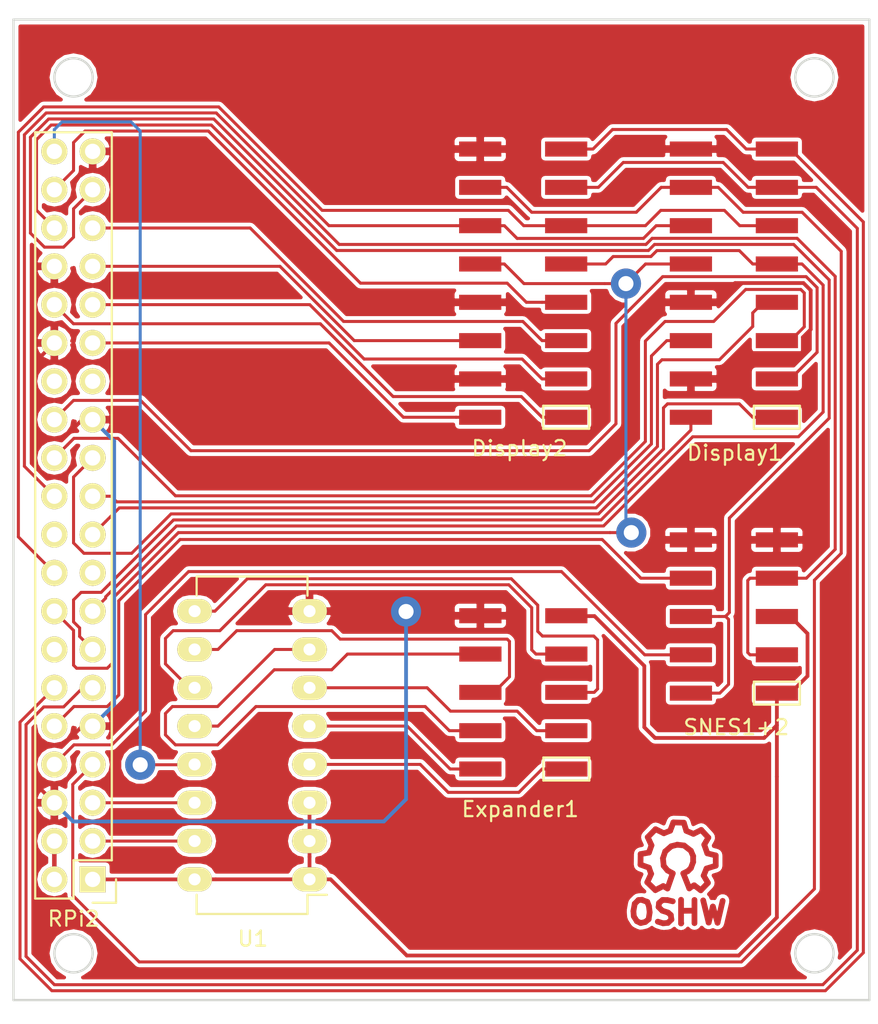
<source format=kicad_pcb>
(kicad_pcb (version 4) (host pcbnew "(2015-09-14 BZR 6197, Git 5bbf980)-product")

  (general
    (links 66)
    (no_connects 0)
    (area 99.674999 99.924999 156.575001 165.075001)
    (thickness 1.6)
    (drawings 8)
    (tracks 419)
    (zones 0)
    (modules 7)
    (nets 43)
  )

  (page A4)
  (title_block
    (title "Rpi2 adapter")
    (date 2015-10-09)
    (rev 0.1)
  )

  (layers
    (0 F.Cu signal)
    (31 B.Cu signal)
    (32 B.Adhes user)
    (33 F.Adhes user)
    (34 B.Paste user)
    (35 F.Paste user)
    (36 B.SilkS user)
    (37 F.SilkS user)
    (38 B.Mask user)
    (39 F.Mask user)
    (40 Dwgs.User user)
    (41 Cmts.User user)
    (42 Eco1.User user)
    (43 Eco2.User user)
    (44 Edge.Cuts user)
    (45 Margin user)
    (46 B.CrtYd user)
    (47 F.CrtYd user)
    (48 B.Fab user)
    (49 F.Fab user)
  )

  (setup
    (last_trace_width 0.2)
    (user_trace_width 0.25)
    (trace_clearance 0.2)
    (zone_clearance 0.254)
    (zone_45_only no)
    (trace_min 0.1)
    (segment_width 0.2)
    (edge_width 0.15)
    (via_size 0.6)
    (via_drill 0.4)
    (via_min_size 0.4)
    (via_min_drill 0.3)
    (uvia_size 0.3)
    (uvia_drill 0.1)
    (uvias_allowed no)
    (uvia_min_size 0.2)
    (uvia_min_drill 0.1)
    (pcb_text_width 0.3)
    (pcb_text_size 1.5 1.5)
    (mod_edge_width 0.15)
    (mod_text_size 1 1)
    (mod_text_width 0.15)
    (pad_size 1.7272 1.7272)
    (pad_drill 1.016)
    (pad_to_mask_clearance 0.2)
    (aux_axis_origin 0 0)
    (grid_origin 121.5644 142.494)
    (visible_elements 7FFFFFFF)
    (pcbplotparams
      (layerselection 0x00030_80000001)
      (usegerberextensions false)
      (excludeedgelayer true)
      (linewidth 0.100000)
      (plotframeref false)
      (viasonmask false)
      (mode 1)
      (useauxorigin false)
      (hpglpennumber 1)
      (hpglpenspeed 20)
      (hpglpendiameter 15)
      (hpglpenoverlay 2)
      (psnegative false)
      (psa4output false)
      (plotreference true)
      (plotvalue true)
      (plotinvisibletext false)
      (padsonsilk false)
      (subtractmaskfromsilk false)
      (outputformat 1)
      (mirror false)
      (drillshape 0)
      (scaleselection 1)
      (outputdirectory ""))
  )

  (net 0 "")
  (net 1 [1]R0)
  (net 2 [1]G0)
  (net 3 [1]B0)
  (net 4 GND)
  (net 5 [1]R1)
  (net 6 [1]G1)
  (net 7 [1]B1)
  (net 8 A)
  (net 9 B)
  (net 10 C)
  (net 11 D)
  (net 12 CLK)
  (net 13 STB)
  (net 14 /OE)
  (net 15 [2]R0)
  (net 16 [2]G0)
  (net 17 [2]B0)
  (net 18 [2]R1)
  (net 19 [2]G1)
  (net 20 [2]B1)
  (net 21 3V3)
  (net 22 5V)
  (net 23 "Net-(RPi2-Pad3)")
  (net 24 "Net-(RPi2-Pad5)")
  (net 25 SNES_DATA0)
  (net 26 SNES_DATA1)
  (net 27 "Net-(RPi2-Pad27)")
  (net 28 "Net-(RPi2-Pad28)")
  (net 29 SNES_CLK)
  (net 30 SNES_LATCH)
  (net 31 "Net-(RPi2-Pad40)")
  (net 32 "Net-(P1-Pad1)")
  (net 33 "Net-(P1-Pad2)")
  (net 34 "Net-(P1-Pad3)")
  (net 35 "Net-(P1-Pad4)")
  (net 36 "Net-(P1-Pad5)")
  (net 37 "Net-(P1-Pad6)")
  (net 38 "Net-(P1-Pad7)")
  (net 39 "Net-(P1-Pad8)")
  (net 40 "Net-(RPi2-Pad17)")
  (net 41 "Net-(RPi2-Pad14)")
  (net 42 "Net-(RPi2-Pad20)")

  (net_class Default "This is the default net class."
    (clearance 0.2)
    (trace_width 0.2)
    (via_dia 0.6)
    (via_drill 0.4)
    (uvia_dia 0.3)
    (uvia_drill 0.1)
    (add_net /OE)
    (add_net A)
    (add_net B)
    (add_net C)
    (add_net CLK)
    (add_net D)
    (add_net "Net-(P1-Pad1)")
    (add_net "Net-(P1-Pad2)")
    (add_net "Net-(P1-Pad3)")
    (add_net "Net-(P1-Pad4)")
    (add_net "Net-(P1-Pad5)")
    (add_net "Net-(P1-Pad6)")
    (add_net "Net-(P1-Pad7)")
    (add_net "Net-(P1-Pad8)")
    (add_net "Net-(RPi2-Pad14)")
    (add_net "Net-(RPi2-Pad17)")
    (add_net "Net-(RPi2-Pad20)")
    (add_net "Net-(RPi2-Pad27)")
    (add_net "Net-(RPi2-Pad28)")
    (add_net "Net-(RPi2-Pad3)")
    (add_net "Net-(RPi2-Pad40)")
    (add_net "Net-(RPi2-Pad5)")
    (add_net SNES_CLK)
    (add_net SNES_DATA0)
    (add_net SNES_DATA1)
    (add_net SNES_LATCH)
    (add_net STB)
    (add_net [1]B0)
    (add_net [1]B1)
    (add_net [1]G0)
    (add_net [1]G1)
    (add_net [1]R0)
    (add_net [1]R1)
    (add_net [2]B0)
    (add_net [2]B1)
    (add_net [2]G0)
    (add_net [2]G1)
    (add_net [2]R0)
    (add_net [2]R1)
  )

  (net_class power ""
    (clearance 0.2)
    (trace_width 0.25)
    (via_dia 0.6)
    (via_drill 0.4)
    (uvia_dia 0.3)
    (uvia_drill 0.1)
    (add_net 3V3)
    (add_net 5V)
    (add_net GND)
  )

  (module Housings_DIP:DIP-16_W7.62mm_LongPads (layer F.Cu) (tedit 54130A77) (tstamp 5622C200)
    (at 119.38 156.9974 180)
    (descr "16-lead dip package, row spacing 7.62 mm (300 mils), longer pads")
    (tags "dil dip 2.54 300")
    (path /5622BEDC)
    (fp_text reference U1 (at 3.7592 -3.937 180) (layer F.SilkS)
      (effects (font (size 1 1) (thickness 0.15)))
    )
    (fp_text value PCF8574 (at 3.7592 21.3106 180) (layer F.Fab)
      (effects (font (size 1 1) (thickness 0.15)))
    )
    (fp_line (start -1.4 -2.45) (end -1.4 20.25) (layer F.CrtYd) (width 0.05))
    (fp_line (start 9 -2.45) (end 9 20.25) (layer F.CrtYd) (width 0.05))
    (fp_line (start -1.4 -2.45) (end 9 -2.45) (layer F.CrtYd) (width 0.05))
    (fp_line (start -1.4 20.25) (end 9 20.25) (layer F.CrtYd) (width 0.05))
    (fp_line (start 0.135 -2.295) (end 0.135 -1.025) (layer F.SilkS) (width 0.15))
    (fp_line (start 7.485 -2.295) (end 7.485 -1.025) (layer F.SilkS) (width 0.15))
    (fp_line (start 7.485 20.075) (end 7.485 18.805) (layer F.SilkS) (width 0.15))
    (fp_line (start 0.135 20.075) (end 0.135 18.805) (layer F.SilkS) (width 0.15))
    (fp_line (start 0.135 -2.295) (end 7.485 -2.295) (layer F.SilkS) (width 0.15))
    (fp_line (start 0.135 20.075) (end 7.485 20.075) (layer F.SilkS) (width 0.15))
    (fp_line (start 0.135 -1.025) (end -1.15 -1.025) (layer F.SilkS) (width 0.15))
    (pad 1 thru_hole oval (at 0 0 180) (size 2.3 1.6) (drill 0.8) (layers *.Cu *.Mask F.SilkS)
      (net 21 3V3))
    (pad 2 thru_hole oval (at 0 2.54 180) (size 2.3 1.6) (drill 0.8) (layers *.Cu *.Mask F.SilkS)
      (net 21 3V3))
    (pad 3 thru_hole oval (at 0 5.08 180) (size 2.3 1.6) (drill 0.8) (layers *.Cu *.Mask F.SilkS)
      (net 21 3V3))
    (pad 4 thru_hole oval (at 0 7.62 180) (size 2.3 1.6) (drill 0.8) (layers *.Cu *.Mask F.SilkS)
      (net 32 "Net-(P1-Pad1)"))
    (pad 5 thru_hole oval (at 0 10.16 180) (size 2.3 1.6) (drill 0.8) (layers *.Cu *.Mask F.SilkS)
      (net 33 "Net-(P1-Pad2)"))
    (pad 6 thru_hole oval (at 0 12.7 180) (size 2.3 1.6) (drill 0.8) (layers *.Cu *.Mask F.SilkS)
      (net 34 "Net-(P1-Pad3)"))
    (pad 7 thru_hole oval (at 0 15.24 180) (size 2.3 1.6) (drill 0.8) (layers *.Cu *.Mask F.SilkS)
      (net 35 "Net-(P1-Pad4)"))
    (pad 8 thru_hole oval (at 0 17.78 180) (size 2.3 1.6) (drill 0.8) (layers *.Cu *.Mask F.SilkS)
      (net 4 GND))
    (pad 9 thru_hole oval (at 7.62 17.78 180) (size 2.3 1.6) (drill 0.8) (layers *.Cu *.Mask F.SilkS)
      (net 36 "Net-(P1-Pad5)"))
    (pad 10 thru_hole oval (at 7.62 15.24 180) (size 2.3 1.6) (drill 0.8) (layers *.Cu *.Mask F.SilkS)
      (net 37 "Net-(P1-Pad6)"))
    (pad 11 thru_hole oval (at 7.62 12.7 180) (size 2.3 1.6) (drill 0.8) (layers *.Cu *.Mask F.SilkS)
      (net 38 "Net-(P1-Pad7)"))
    (pad 12 thru_hole oval (at 7.62 10.16 180) (size 2.3 1.6) (drill 0.8) (layers *.Cu *.Mask F.SilkS)
      (net 39 "Net-(P1-Pad8)"))
    (pad 13 thru_hole oval (at 7.62 7.62 180) (size 2.3 1.6) (drill 0.8) (layers *.Cu *.Mask F.SilkS)
      (net 31 "Net-(RPi2-Pad40)"))
    (pad 14 thru_hole oval (at 7.62 5.08 180) (size 2.3 1.6) (drill 0.8) (layers *.Cu *.Mask F.SilkS)
      (net 24 "Net-(RPi2-Pad5)"))
    (pad 15 thru_hole oval (at 7.62 2.54 180) (size 2.3 1.6) (drill 0.8) (layers *.Cu *.Mask F.SilkS)
      (net 23 "Net-(RPi2-Pad3)"))
    (pad 16 thru_hole oval (at 7.62 0 180) (size 2.3 1.6) (drill 0.8) (layers *.Cu *.Mask F.SilkS)
      (net 21 3V3))
    (model Housings_DIP.3dshapes/DIP-16_W7.62mm_LongPads.wrl
      (at (xyz 0 0 0))
      (scale (xyz 1 1 1))
      (rotate (xyz 0 0 0))
    )
  )

  (module Pin_Headers:Pin_Header_Straight_2x20 (layer F.Cu) (tedit 0) (tstamp 5616E89B)
    (at 105 157 180)
    (descr "Through hole pin header")
    (tags "pin header")
    (path /560C1B1B)
    (fp_text reference RPi2 (at 1.2664 -2.6136 180) (layer F.SilkS)
      (effects (font (size 1 1) (thickness 0.15)))
    )
    (fp_text value CONN_02X20 (at -2.7976 44.7828 450) (layer F.Fab)
      (effects (font (size 1 1) (thickness 0.15)))
    )
    (fp_line (start -1.75 -1.75) (end -1.75 50.05) (layer F.CrtYd) (width 0.05))
    (fp_line (start 4.3 -1.75) (end 4.3 50.05) (layer F.CrtYd) (width 0.05))
    (fp_line (start -1.75 -1.75) (end 4.3 -1.75) (layer F.CrtYd) (width 0.05))
    (fp_line (start -1.75 50.05) (end 4.3 50.05) (layer F.CrtYd) (width 0.05))
    (fp_line (start 3.81 49.53) (end 3.81 -1.27) (layer F.SilkS) (width 0.15))
    (fp_line (start -1.27 1.27) (end -1.27 49.53) (layer F.SilkS) (width 0.15))
    (fp_line (start 3.81 49.53) (end -1.27 49.53) (layer F.SilkS) (width 0.15))
    (fp_line (start 3.81 -1.27) (end 1.27 -1.27) (layer F.SilkS) (width 0.15))
    (fp_line (start 0 -1.55) (end -1.55 -1.55) (layer F.SilkS) (width 0.15))
    (fp_line (start 1.27 -1.27) (end 1.27 1.27) (layer F.SilkS) (width 0.15))
    (fp_line (start 1.27 1.27) (end -1.27 1.27) (layer F.SilkS) (width 0.15))
    (fp_line (start -1.55 -1.55) (end -1.55 0) (layer F.SilkS) (width 0.15))
    (pad 1 thru_hole rect (at 0 0 180) (size 1.7272 1.7272) (drill 1.016) (layers *.Cu *.Mask F.SilkS)
      (net 21 3V3))
    (pad 2 thru_hole oval (at 2.54 0 180) (size 1.7272 1.7272) (drill 1.016) (layers *.Cu *.Mask F.SilkS)
      (net 22 5V))
    (pad 3 thru_hole oval (at 0 2.54 180) (size 1.7272 1.7272) (drill 1.016) (layers *.Cu *.Mask F.SilkS)
      (net 23 "Net-(RPi2-Pad3)"))
    (pad 4 thru_hole oval (at 2.54 2.54 180) (size 1.7272 1.7272) (drill 1.016) (layers *.Cu *.Mask F.SilkS)
      (net 22 5V))
    (pad 5 thru_hole oval (at 0 5.08 180) (size 1.7272 1.7272) (drill 1.016) (layers *.Cu *.Mask F.SilkS)
      (net 24 "Net-(RPi2-Pad5)"))
    (pad 6 thru_hole oval (at 2.54 5.08 180) (size 1.7272 1.7272) (drill 1.016) (layers *.Cu *.Mask F.SilkS)
      (net 4 GND))
    (pad 7 thru_hole oval (at 0 7.62 180) (size 1.7272 1.7272) (drill 1.016) (layers *.Cu *.Mask F.SilkS)
      (net 13 STB))
    (pad 8 thru_hole oval (at 2.54 7.62 180) (size 1.7272 1.7272) (drill 1.016) (layers *.Cu *.Mask F.SilkS)
      (net 25 SNES_DATA0))
    (pad 9 thru_hole oval (at 0 10.16 180) (size 1.7272 1.7272) (drill 1.016) (layers *.Cu *.Mask F.SilkS)
      (net 4 GND))
    (pad 10 thru_hole oval (at 2.54 10.16 180) (size 1.7272 1.7272) (drill 1.016) (layers *.Cu *.Mask F.SilkS)
      (net 26 SNES_DATA1))
    (pad 11 thru_hole oval (at 0 12.7 180) (size 1.7272 1.7272) (drill 1.016) (layers *.Cu *.Mask F.SilkS)
      (net 12 CLK))
    (pad 12 thru_hole oval (at 2.54 12.7 180) (size 1.7272 1.7272) (drill 1.016) (layers *.Cu *.Mask F.SilkS)
      (net 14 /OE))
    (pad 13 thru_hole oval (at 0 15.24 180) (size 1.7272 1.7272) (drill 1.016) (layers *.Cu *.Mask F.SilkS)
      (net 2 [1]G0))
    (pad 14 thru_hole oval (at 2.54 15.24 180) (size 1.7272 1.7272) (drill 1.016) (layers *.Cu *.Mask F.SilkS)
      (net 41 "Net-(RPi2-Pad14)"))
    (pad 15 thru_hole oval (at 0 17.78 180) (size 1.7272 1.7272) (drill 1.016) (layers *.Cu *.Mask F.SilkS)
      (net 8 A))
    (pad 16 thru_hole oval (at 2.54 17.78 180) (size 1.7272 1.7272) (drill 1.016) (layers *.Cu *.Mask F.SilkS)
      (net 9 B))
    (pad 17 thru_hole oval (at 0 20.32 180) (size 1.7272 1.7272) (drill 1.016) (layers *.Cu *.Mask F.SilkS)
      (net 40 "Net-(RPi2-Pad17)"))
    (pad 18 thru_hole oval (at 2.54 20.32 180) (size 1.7272 1.7272) (drill 1.016) (layers *.Cu *.Mask F.SilkS)
      (net 10 C))
    (pad 19 thru_hole oval (at 0 22.86 180) (size 1.7272 1.7272) (drill 1.016) (layers *.Cu *.Mask F.SilkS)
      (net 7 [1]B1))
    (pad 20 thru_hole oval (at 2.54 22.86 180) (size 1.7272 1.7272) (drill 1.016) (layers *.Cu *.Mask F.SilkS)
      (net 42 "Net-(RPi2-Pad20)"))
    (pad 21 thru_hole oval (at 0 25.4 180) (size 1.7272 1.7272) (drill 1.016) (layers *.Cu *.Mask F.SilkS)
      (net 6 [1]G1))
    (pad 22 thru_hole oval (at 2.54 25.4 180) (size 1.7272 1.7272) (drill 1.016) (layers *.Cu *.Mask F.SilkS)
      (net 11 D))
    (pad 23 thru_hole oval (at 0 27.94 180) (size 1.7272 1.7272) (drill 1.016) (layers *.Cu *.Mask F.SilkS)
      (net 1 [1]R0))
    (pad 24 thru_hole oval (at 2.54 27.94 180) (size 1.7272 1.7272) (drill 1.016) (layers *.Cu *.Mask F.SilkS)
      (net 5 [1]R1))
    (pad 25 thru_hole oval (at 0 30.48 180) (size 1.7272 1.7272) (drill 1.016) (layers *.Cu *.Mask F.SilkS)
      (net 4 GND))
    (pad 26 thru_hole oval (at 2.54 30.48 180) (size 1.7272 1.7272) (drill 1.016) (layers *.Cu *.Mask F.SilkS)
      (net 3 [1]B0))
    (pad 27 thru_hole oval (at 0 33.02 180) (size 1.7272 1.7272) (drill 1.016) (layers *.Cu *.Mask F.SilkS)
      (net 27 "Net-(RPi2-Pad27)"))
    (pad 28 thru_hole oval (at 2.54 33.02 180) (size 1.7272 1.7272) (drill 1.016) (layers *.Cu *.Mask F.SilkS)
      (net 28 "Net-(RPi2-Pad28)"))
    (pad 29 thru_hole oval (at 0 35.56 180) (size 1.7272 1.7272) (drill 1.016) (layers *.Cu *.Mask F.SilkS)
      (net 16 [2]G0))
    (pad 30 thru_hole oval (at 2.54 35.56 180) (size 1.7272 1.7272) (drill 1.016) (layers *.Cu *.Mask F.SilkS)
      (net 4 GND))
    (pad 31 thru_hole oval (at 0 38.1 180) (size 1.7272 1.7272) (drill 1.016) (layers *.Cu *.Mask F.SilkS)
      (net 17 [2]B0))
    (pad 32 thru_hole oval (at 2.54 38.1 180) (size 1.7272 1.7272) (drill 1.016) (layers *.Cu *.Mask F.SilkS)
      (net 15 [2]R0))
    (pad 33 thru_hole oval (at 0 40.64 180) (size 1.7272 1.7272) (drill 1.016) (layers *.Cu *.Mask F.SilkS)
      (net 19 [2]G1))
    (pad 34 thru_hole oval (at 2.54 40.64 180) (size 1.7272 1.7272) (drill 1.016) (layers *.Cu *.Mask F.SilkS)
      (net 4 GND))
    (pad 35 thru_hole oval (at 0 43.18 180) (size 1.7272 1.7272) (drill 1.016) (layers *.Cu *.Mask F.SilkS)
      (net 18 [2]R1))
    (pad 36 thru_hole oval (at 2.54 43.18 180) (size 1.7272 1.7272) (drill 1.016) (layers *.Cu *.Mask F.SilkS)
      (net 29 SNES_CLK))
    (pad 37 thru_hole oval (at 0 45.72 180) (size 1.7272 1.7272) (drill 1.016) (layers *.Cu *.Mask F.SilkS)
      (net 30 SNES_LATCH))
    (pad 38 thru_hole oval (at 2.54 45.72 180) (size 1.7272 1.7272) (drill 1.016) (layers *.Cu *.Mask F.SilkS)
      (net 20 [2]B1))
    (pad 39 thru_hole oval (at 0 48.26 180) (size 1.7272 1.7272) (drill 1.016) (layers *.Cu *.Mask F.SilkS)
      (net 4 GND))
    (pad 40 thru_hole oval (at 2.54 48.26 180) (size 1.7272 1.7272) (drill 1.016) (layers *.Cu *.Mask F.SilkS)
      (net 31 "Net-(RPi2-Pad40)"))
    (model Pin_Headers.3dshapes/Pin_Header_Straight_2x20.wrl
      (at (xyz 0.05 -0.95 0))
      (scale (xyz 1 1 1))
      (rotate (xyz 0 0 90))
    )
  )

  (module Pin_Headers_SMD:Pin_Header_SMD_02x08 (layer F.Cu) (tedit 5616A7EE) (tstamp 5616E863)
    (at 136.398 126.365 180)
    (path /560D63B1)
    (fp_text reference Display2 (at 3.0988 -2.0574 180) (layer F.SilkS)
      (effects (font (size 1 1) (thickness 0.15)))
    )
    (fp_text value CONN_02X08 (at 2.7432 20.0406 180) (layer F.Fab)
      (effects (font (size 1 1) (thickness 0.15)))
    )
    (fp_line (start -1.524 -0.762) (end 1.524 -0.762) (layer F.SilkS) (width 0.15))
    (fp_line (start 1.524 -0.762) (end 1.524 0.762) (layer F.SilkS) (width 0.15))
    (fp_line (start 1.524 0.762) (end -1.524 0.762) (layer F.SilkS) (width 0.15))
    (fp_line (start -1.524 0.762) (end -1.524 -0.762) (layer F.SilkS) (width 0.15))
    (pad 1 smd rect (at 0 0 180) (size 2.8 1) (layers F.Cu F.Paste F.Mask)
      (net 15 [2]R0))
    (pad 2 smd rect (at 5.7 0 180) (size 2.8 1) (layers F.Cu F.Paste F.Mask)
      (net 16 [2]G0))
    (pad 3 smd rect (at 0 2.54 180) (size 2.8 1) (layers F.Cu F.Paste F.Mask)
      (net 17 [2]B0))
    (pad 4 smd rect (at 5.7 2.54 180) (size 2.8 1) (layers F.Cu F.Paste F.Mask)
      (net 4 GND))
    (pad 5 smd rect (at 0 5.08 180) (size 2.8 1) (layers F.Cu F.Paste F.Mask)
      (net 18 [2]R1))
    (pad 6 smd rect (at 5.7 5.08 180) (size 2.8 1) (layers F.Cu F.Paste F.Mask)
      (net 19 [2]G1))
    (pad 7 smd rect (at 0 7.62 180) (size 2.8 1) (layers F.Cu F.Paste F.Mask)
      (net 20 [2]B1))
    (pad 8 smd rect (at 5.7 7.62 180) (size 2.8 1) (layers F.Cu F.Paste F.Mask)
      (net 4 GND))
    (pad 9 smd rect (at 0 10.16 180) (size 2.8 1) (layers F.Cu F.Paste F.Mask)
      (net 8 A))
    (pad 10 smd rect (at 5.7 10.16 180) (size 2.8 1) (layers F.Cu F.Paste F.Mask)
      (net 9 B))
    (pad 11 smd rect (at 0 12.7 180) (size 2.8 1) (layers F.Cu F.Paste F.Mask)
      (net 10 C))
    (pad 12 smd rect (at 5.7 12.7 180) (size 2.8 1) (layers F.Cu F.Paste F.Mask)
      (net 11 D))
    (pad 13 smd rect (at 0 15.24 180) (size 2.8 1) (layers F.Cu F.Paste F.Mask)
      (net 12 CLK))
    (pad 14 smd rect (at 5.7 15.24 180) (size 2.8 1) (layers F.Cu F.Paste F.Mask)
      (net 13 STB))
    (pad 15 smd rect (at 0 17.78 180) (size 2.8 1) (layers F.Cu F.Paste F.Mask)
      (net 14 /OE))
    (pad 16 smd rect (at 5.7 17.78 180) (size 2.8 1) (layers F.Cu F.Paste F.Mask)
      (net 4 GND))
  )

  (module Pin_Headers_SMD:Pin_Header_SMD_02x05 (layer F.Cu) (tedit 5698394D) (tstamp 5616E8AD)
    (at 150.368 144.653 180)
    (path /560D6693)
    (fp_text reference SNES1+2 (at 2.6924 -2.2606 180) (layer F.SilkS)
      (effects (font (size 1 1) (thickness 0.15)))
    )
    (fp_text value CONN_02X05 (at 2.8448 12.4206 180) (layer F.Fab)
      (effects (font (size 1 1) (thickness 0.15)))
    )
    (fp_line (start -1.524 -0.762) (end 1.524 -0.762) (layer F.SilkS) (width 0.15))
    (fp_line (start 1.524 -0.762) (end 1.524 0.762) (layer F.SilkS) (width 0.15))
    (fp_line (start 1.524 0.762) (end -1.524 0.762) (layer F.SilkS) (width 0.15))
    (fp_line (start -1.524 0.762) (end -1.524 -0.762) (layer F.SilkS) (width 0.15))
    (pad 1 smd rect (at 0 0 180) (size 2.8 1) (layers F.Cu F.Paste F.Mask)
      (net 21 3V3))
    (pad 2 smd rect (at 5.7 0 180) (size 2.8 1) (layers F.Cu F.Paste F.Mask)
      (net 29 SNES_CLK))
    (pad 3 smd rect (at 0 2.54 180) (size 2.8 1) (layers F.Cu F.Paste F.Mask)
      (net 30 SNES_LATCH))
    (pad 4 smd rect (at 5.7 2.54 180) (size 2.8 1) (layers F.Cu F.Paste F.Mask)
      (net 25 SNES_DATA0))
    (pad 5 smd rect (at 0 5.08 180) (size 2.8 1) (layers F.Cu F.Paste F.Mask)
      (net 21 3V3))
    (pad 6 smd rect (at 5.7 5.08 180) (size 2.8 1) (layers F.Cu F.Paste F.Mask)
      (net 29 SNES_CLK))
    (pad 7 smd rect (at 0 7.62 180) (size 2.8 1) (layers F.Cu F.Paste F.Mask)
      (net 30 SNES_LATCH))
    (pad 8 smd rect (at 5.7 7.62 180) (size 2.8 1) (layers F.Cu F.Paste F.Mask)
      (net 26 SNES_DATA1))
    (pad 9 smd rect (at 0 10.16 180) (size 2.8 1) (layers F.Cu F.Paste F.Mask)
      (net 4 GND))
    (pad 10 smd rect (at 5.7 10.16 180) (size 2.8 1) (layers F.Cu F.Paste F.Mask)
      (net 4 GND))
  )

  (module Pin_Headers_SMD:Pin_Header_SMD_02x08 (layer F.Cu) (tedit 5616A7EE) (tstamp 5616E84B)
    (at 150.368 126.365 180)
    (path /560D62F4)
    (fp_text reference Display1 (at 2.794 -2.3622 180) (layer F.SilkS)
      (effects (font (size 1 1) (thickness 0.15)))
    )
    (fp_text value CONN_02X08 (at 3.0988 19.9898 180) (layer F.Fab)
      (effects (font (size 1 1) (thickness 0.15)))
    )
    (fp_line (start -1.524 -0.762) (end 1.524 -0.762) (layer F.SilkS) (width 0.15))
    (fp_line (start 1.524 -0.762) (end 1.524 0.762) (layer F.SilkS) (width 0.15))
    (fp_line (start 1.524 0.762) (end -1.524 0.762) (layer F.SilkS) (width 0.15))
    (fp_line (start -1.524 0.762) (end -1.524 -0.762) (layer F.SilkS) (width 0.15))
    (pad 1 smd rect (at 0 0 180) (size 2.8 1) (layers F.Cu F.Paste F.Mask)
      (net 1 [1]R0))
    (pad 2 smd rect (at 5.7 0 180) (size 2.8 1) (layers F.Cu F.Paste F.Mask)
      (net 2 [1]G0))
    (pad 3 smd rect (at 0 2.54 180) (size 2.8 1) (layers F.Cu F.Paste F.Mask)
      (net 3 [1]B0))
    (pad 4 smd rect (at 5.7 2.54 180) (size 2.8 1) (layers F.Cu F.Paste F.Mask)
      (net 4 GND))
    (pad 5 smd rect (at 0 5.08 180) (size 2.8 1) (layers F.Cu F.Paste F.Mask)
      (net 5 [1]R1))
    (pad 6 smd rect (at 5.7 5.08 180) (size 2.8 1) (layers F.Cu F.Paste F.Mask)
      (net 6 [1]G1))
    (pad 7 smd rect (at 0 7.62 180) (size 2.8 1) (layers F.Cu F.Paste F.Mask)
      (net 7 [1]B1))
    (pad 8 smd rect (at 5.7 7.62 180) (size 2.8 1) (layers F.Cu F.Paste F.Mask)
      (net 4 GND))
    (pad 9 smd rect (at 0 10.16 180) (size 2.8 1) (layers F.Cu F.Paste F.Mask)
      (net 8 A))
    (pad 10 smd rect (at 5.7 10.16 180) (size 2.8 1) (layers F.Cu F.Paste F.Mask)
      (net 9 B))
    (pad 11 smd rect (at 0 12.7 180) (size 2.8 1) (layers F.Cu F.Paste F.Mask)
      (net 10 C))
    (pad 12 smd rect (at 5.7 12.7 180) (size 2.8 1) (layers F.Cu F.Paste F.Mask)
      (net 11 D))
    (pad 13 smd rect (at 0 15.24 180) (size 2.8 1) (layers F.Cu F.Paste F.Mask)
      (net 12 CLK))
    (pad 14 smd rect (at 5.7 15.24 180) (size 2.8 1) (layers F.Cu F.Paste F.Mask)
      (net 13 STB))
    (pad 15 smd rect (at 0 17.78 180) (size 2.8 1) (layers F.Cu F.Paste F.Mask)
      (net 14 /OE))
    (pad 16 smd rect (at 5.7 17.78 180) (size 2.8 1) (layers F.Cu F.Paste F.Mask)
      (net 4 GND))
  )

  (module Symbols:Symbol_OSHW-Logo_CopperTop (layer F.Cu) (tedit 5698340E) (tstamp 562AA892)
    (at 143.8148 155.702)
    (descr "Symbol, OSHW-Logo, Copper Top,")
    (tags "Symbol, OSHW-Logo, Copper Top,")
    (fp_text reference "" (at 0.09906 -4.38912) (layer F.SilkS)
      (effects (font (size 1 1) (thickness 0.15)))
    )
    (fp_text value "" (at -3.2512 1.6256) (layer F.Fab)
      (effects (font (size 1 1) (thickness 0.15)))
    )
    (fp_line (start 1.66878 2.68986) (end 2.02946 4.16052) (layer F.Cu) (width 0.381))
    (fp_line (start 2.02946 4.16052) (end 2.30886 3.0988) (layer F.Cu) (width 0.381))
    (fp_line (start 2.30886 3.0988) (end 2.61874 4.17068) (layer F.Cu) (width 0.381))
    (fp_line (start 2.61874 4.17068) (end 2.9591 2.72034) (layer F.Cu) (width 0.381))
    (fp_line (start 0.24892 3.38074) (end 1.03886 3.37058) (layer F.Cu) (width 0.381))
    (fp_line (start 1.03886 3.37058) (end 1.04902 3.38074) (layer F.Cu) (width 0.381))
    (fp_line (start 1.04902 3.38074) (end 1.04902 3.37058) (layer F.Cu) (width 0.381))
    (fp_line (start 1.08966 2.65938) (end 1.08966 4.20116) (layer F.Cu) (width 0.381))
    (fp_line (start 0.20066 2.64922) (end 0.20066 4.21894) (layer F.Cu) (width 0.381))
    (fp_line (start 0.20066 4.21894) (end 0.21082 4.20878) (layer F.Cu) (width 0.381))
    (fp_line (start -0.35052 2.75082) (end -0.70104 2.66954) (layer F.Cu) (width 0.381))
    (fp_line (start -0.70104 2.66954) (end -1.02108 2.65938) (layer F.Cu) (width 0.381))
    (fp_line (start -1.02108 2.65938) (end -1.25984 2.86004) (layer F.Cu) (width 0.381))
    (fp_line (start -1.25984 2.86004) (end -1.29032 3.12928) (layer F.Cu) (width 0.381))
    (fp_line (start -1.29032 3.12928) (end -1.04902 3.37058) (layer F.Cu) (width 0.381))
    (fp_line (start -1.04902 3.37058) (end -0.6604 3.50012) (layer F.Cu) (width 0.381))
    (fp_line (start -0.6604 3.50012) (end -0.48006 3.66014) (layer F.Cu) (width 0.381))
    (fp_line (start -0.48006 3.66014) (end -0.43942 3.95986) (layer F.Cu) (width 0.381))
    (fp_line (start -0.43942 3.95986) (end -0.67056 4.18084) (layer F.Cu) (width 0.381))
    (fp_line (start -0.67056 4.18084) (end -0.9906 4.20878) (layer F.Cu) (width 0.381))
    (fp_line (start -0.9906 4.20878) (end -1.34112 4.09956) (layer F.Cu) (width 0.381))
    (fp_line (start -2.37998 2.64922) (end -2.6289 2.66954) (layer F.Cu) (width 0.381))
    (fp_line (start -2.6289 2.66954) (end -2.8702 2.91084) (layer F.Cu) (width 0.381))
    (fp_line (start -2.8702 2.91084) (end -2.9591 3.40106) (layer F.Cu) (width 0.381))
    (fp_line (start -2.9591 3.40106) (end -2.93116 3.74904) (layer F.Cu) (width 0.381))
    (fp_line (start -2.93116 3.74904) (end -2.7305 4.06908) (layer F.Cu) (width 0.381))
    (fp_line (start -2.7305 4.06908) (end -2.47904 4.191) (layer F.Cu) (width 0.381))
    (fp_line (start -2.47904 4.191) (end -2.16916 4.11988) (layer F.Cu) (width 0.381))
    (fp_line (start -2.16916 4.11988) (end -1.95072 3.93954) (layer F.Cu) (width 0.381))
    (fp_line (start -1.95072 3.93954) (end -1.8796 3.4798) (layer F.Cu) (width 0.381))
    (fp_line (start -1.8796 3.4798) (end -1.9304 3.07086) (layer F.Cu) (width 0.381))
    (fp_line (start -1.9304 3.07086) (end -2.03962 2.78892) (layer F.Cu) (width 0.381))
    (fp_line (start -2.03962 2.78892) (end -2.4003 2.65938) (layer F.Cu) (width 0.381))
    (fp_line (start -1.78054 0.92964) (end -2.03962 1.49098) (layer F.Cu) (width 0.381))
    (fp_line (start -2.03962 1.49098) (end -1.50114 2.00914) (layer F.Cu) (width 0.381))
    (fp_line (start -1.50114 2.00914) (end -0.98044 1.7399) (layer F.Cu) (width 0.381))
    (fp_line (start -0.98044 1.7399) (end -0.70104 1.89992) (layer F.Cu) (width 0.381))
    (fp_line (start 0.73914 1.8796) (end 1.06934 1.6891) (layer F.Cu) (width 0.381))
    (fp_line (start 1.06934 1.6891) (end 1.50876 2.0193) (layer F.Cu) (width 0.381))
    (fp_line (start 1.50876 2.0193) (end 1.9812 1.52908) (layer F.Cu) (width 0.381))
    (fp_line (start 1.9812 1.52908) (end 1.69926 1.04902) (layer F.Cu) (width 0.381))
    (fp_line (start 1.69926 1.04902) (end 1.88976 0.57912) (layer F.Cu) (width 0.381))
    (fp_line (start 1.88976 0.57912) (end 2.49936 0.39116) (layer F.Cu) (width 0.381))
    (fp_line (start 2.49936 0.39116) (end 2.49936 -0.28956) (layer F.Cu) (width 0.381))
    (fp_line (start 2.49936 -0.28956) (end 1.94056 -0.42926) (layer F.Cu) (width 0.381))
    (fp_line (start 1.94056 -0.42926) (end 1.7399 -1.00076) (layer F.Cu) (width 0.381))
    (fp_line (start 1.7399 -1.00076) (end 2.00914 -1.47066) (layer F.Cu) (width 0.381))
    (fp_line (start 2.00914 -1.47066) (end 1.53924 -1.9812) (layer F.Cu) (width 0.381))
    (fp_line (start 1.53924 -1.9812) (end 1.02108 -1.71958) (layer F.Cu) (width 0.381))
    (fp_line (start 1.02108 -1.71958) (end 0.55118 -1.92024) (layer F.Cu) (width 0.381))
    (fp_line (start 0.55118 -1.92024) (end 0.381 -2.46126) (layer F.Cu) (width 0.381))
    (fp_line (start 0.381 -2.46126) (end -0.30988 -2.47904) (layer F.Cu) (width 0.381))
    (fp_line (start -0.30988 -2.47904) (end -0.5207 -1.9304) (layer F.Cu) (width 0.381))
    (fp_line (start -0.5207 -1.9304) (end -0.9398 -1.76022) (layer F.Cu) (width 0.381))
    (fp_line (start -0.9398 -1.76022) (end -1.49098 -2.02946) (layer F.Cu) (width 0.381))
    (fp_line (start -1.49098 -2.02946) (end -2.00914 -1.50114) (layer F.Cu) (width 0.381))
    (fp_line (start -2.00914 -1.50114) (end -1.76022 -0.96012) (layer F.Cu) (width 0.381))
    (fp_line (start -1.76022 -0.96012) (end -1.9304 -0.48006) (layer F.Cu) (width 0.381))
    (fp_line (start -1.9304 -0.48006) (end -2.47904 -0.381) (layer F.Cu) (width 0.381))
    (fp_line (start -2.47904 -0.381) (end -2.4892 0.32004) (layer F.Cu) (width 0.381))
    (fp_line (start -2.4892 0.32004) (end -1.9304 0.5207) (layer F.Cu) (width 0.381))
    (fp_line (start -1.9304 0.5207) (end -1.7907 0.91948) (layer F.Cu) (width 0.381))
    (fp_line (start 0.35052 0.89916) (end 0.65024 0.7493) (layer F.Cu) (width 0.381))
    (fp_line (start 0.65024 0.7493) (end 0.8509 0.55118) (layer F.Cu) (width 0.381))
    (fp_line (start 0.8509 0.55118) (end 1.00076 0.14986) (layer F.Cu) (width 0.381))
    (fp_line (start 1.00076 0.14986) (end 1.00076 -0.24892) (layer F.Cu) (width 0.381))
    (fp_line (start 1.00076 -0.24892) (end 0.8509 -0.59944) (layer F.Cu) (width 0.381))
    (fp_line (start 0.8509 -0.59944) (end 0.39878 -0.94996) (layer F.Cu) (width 0.381))
    (fp_line (start 0.39878 -0.94996) (end -0.0508 -1.00076) (layer F.Cu) (width 0.381))
    (fp_line (start -0.0508 -1.00076) (end -0.44958 -0.89916) (layer F.Cu) (width 0.381))
    (fp_line (start -0.44958 -0.89916) (end -0.8509 -0.55118) (layer F.Cu) (width 0.381))
    (fp_line (start -0.8509 -0.55118) (end -1.00076 -0.09906) (layer F.Cu) (width 0.381))
    (fp_line (start -1.00076 -0.09906) (end -0.94996 0.39878) (layer F.Cu) (width 0.381))
    (fp_line (start -0.94996 0.39878) (end -0.70104 0.70104) (layer F.Cu) (width 0.381))
    (fp_line (start -0.70104 0.70104) (end -0.35052 0.89916) (layer F.Cu) (width 0.381))
    (fp_line (start -0.35052 0.89916) (end -0.70104 1.89992) (layer F.Cu) (width 0.381))
    (fp_line (start 0.35052 0.89916) (end 0.7493 1.89992) (layer F.Cu) (width 0.381))
  )

  (module Pin_Headers_SMD:Pin_Header_SMD_02x05 (layer F.Cu) (tedit 56983954) (tstamp 569838AD)
    (at 136.4084 149.6822 180)
    (path /5622CBAD)
    (fp_text reference Expander1 (at 3.0584 -2.667 180) (layer F.SilkS)
      (effects (font (size 1 1) (thickness 0.15)))
    )
    (fp_text value CONN_02X05 (at 3.0584 12.3698 180) (layer F.Fab)
      (effects (font (size 1 1) (thickness 0.15)))
    )
    (fp_line (start -1.524 -0.762) (end 1.524 -0.762) (layer F.SilkS) (width 0.15))
    (fp_line (start 1.524 -0.762) (end 1.524 0.762) (layer F.SilkS) (width 0.15))
    (fp_line (start 1.524 0.762) (end -1.524 0.762) (layer F.SilkS) (width 0.15))
    (fp_line (start -1.524 0.762) (end -1.524 -0.762) (layer F.SilkS) (width 0.15))
    (pad 1 smd rect (at 0 0 180) (size 2.8 1) (layers F.Cu F.Paste F.Mask)
      (net 32 "Net-(P1-Pad1)"))
    (pad 2 smd rect (at 5.7 0 180) (size 2.8 1) (layers F.Cu F.Paste F.Mask)
      (net 33 "Net-(P1-Pad2)"))
    (pad 3 smd rect (at 0 2.54 180) (size 2.8 1) (layers F.Cu F.Paste F.Mask)
      (net 34 "Net-(P1-Pad3)"))
    (pad 4 smd rect (at 5.7 2.54 180) (size 2.8 1) (layers F.Cu F.Paste F.Mask)
      (net 35 "Net-(P1-Pad4)"))
    (pad 5 smd rect (at 0 5.08 180) (size 2.8 1) (layers F.Cu F.Paste F.Mask)
      (net 36 "Net-(P1-Pad5)"))
    (pad 6 smd rect (at 5.7 5.08 180) (size 2.8 1) (layers F.Cu F.Paste F.Mask)
      (net 37 "Net-(P1-Pad6)"))
    (pad 7 smd rect (at 0 7.62 180) (size 2.8 1) (layers F.Cu F.Paste F.Mask)
      (net 38 "Net-(P1-Pad7)"))
    (pad 8 smd rect (at 5.7 7.62 180) (size 2.8 1) (layers F.Cu F.Paste F.Mask)
      (net 39 "Net-(P1-Pad8)"))
    (pad 9 smd rect (at 0 10.16 180) (size 2.8 1) (layers F.Cu F.Paste F.Mask)
      (net 21 3V3))
    (pad 10 smd rect (at 5.7 10.16 180) (size 2.8 1) (layers F.Cu F.Paste F.Mask)
      (net 4 GND))
  )

  (gr_circle (center 152.8572 161.8996) (end 154.1272 161.8996) (layer Edge.Cuts) (width 0.15))
  (gr_circle (center 152.8572 103.8352) (end 154.1272 103.8352) (layer Edge.Cuts) (width 0.15))
  (gr_circle (center 103.7336 103.8352) (end 102.4636 103.8352) (layer Edge.Cuts) (width 0.15))
  (gr_circle (center 103.7336 161.8996) (end 102.4636 161.8996) (layer Edge.Cuts) (width 0.15))
  (gr_line (start 99.75 100) (end 156.5 100) (angle 90) (layer Edge.Cuts) (width 0.15))
  (gr_line (start 156.5 100) (end 156.5 165) (angle 90) (layer Edge.Cuts) (width 0.15))
  (gr_line (start 156.5 165) (end 99.75 165) (angle 90) (layer Edge.Cuts) (width 0.15))
  (gr_line (start 99.75 165) (end 99.75 100) (angle 90) (layer Edge.Cuts) (width 0.15))

  (segment (start 148.768 126.365) (end 147.879 125.476) (width 0.2) (layer F.Cu) (net 1))
  (segment (start 103.7336 134.6962) (end 103.7336 130.3264) (width 0.2) (layer F.Cu) (net 1))
  (segment (start 103.7336 130.3264) (end 104.136401 129.923599) (width 0.2) (layer F.Cu) (net 1))
  (segment (start 104.4194 135.382) (end 103.7336 134.6962) (width 0.2) (layer F.Cu) (net 1))
  (segment (start 142.8496 128.465798) (end 138.543365 132.772033) (width 0.2) (layer F.Cu) (net 1))
  (segment (start 150.368 126.365) (end 148.768 126.365) (width 0.2) (layer F.Cu) (net 1))
  (segment (start 110.197467 132.772033) (end 107.5875 135.382) (width 0.2) (layer F.Cu) (net 1))
  (segment (start 143.116998 125.476) (end 142.8496 125.743398) (width 0.2) (layer F.Cu) (net 1))
  (segment (start 138.543365 132.772033) (end 110.197467 132.772033) (width 0.2) (layer F.Cu) (net 1))
  (segment (start 147.879 125.476) (end 143.116998 125.476) (width 0.2) (layer F.Cu) (net 1))
  (segment (start 142.8496 125.743398) (end 142.8496 128.465798) (width 0.2) (layer F.Cu) (net 1))
  (segment (start 107.5875 135.382) (end 104.4194 135.382) (width 0.2) (layer F.Cu) (net 1))
  (segment (start 104.136401 129.923599) (end 105 129.06) (width 0.2) (layer F.Cu) (net 1))
  (segment (start 105.5624 137.9728) (end 104.234078 137.9728) (width 0.2) (layer F.Cu) (net 2))
  (segment (start 110.363156 133.172044) (end 105.5624 137.9728) (width 0.2) (layer F.Cu) (net 2))
  (segment (start 138.709054 133.172044) (end 110.363156 133.172044) (width 0.2) (layer F.Cu) (net 2))
  (segment (start 104.136401 140.330701) (end 104.136401 140.896401) (width 0.2) (layer F.Cu) (net 2))
  (segment (start 104.136401 140.896401) (end 105 141.76) (width 0.2) (layer F.Cu) (net 2))
  (segment (start 103.7336 139.9279) (end 104.136401 140.330701) (width 0.2) (layer F.Cu) (net 2))
  (segment (start 104.234078 137.9728) (end 103.7336 138.473278) (width 0.2) (layer F.Cu) (net 2))
  (segment (start 144.668 127.213098) (end 138.709054 133.172044) (width 0.2) (layer F.Cu) (net 2))
  (segment (start 144.668 126.365) (end 144.668 127.213098) (width 0.2) (layer F.Cu) (net 2))
  (segment (start 103.7336 138.473278) (end 103.7336 139.9279) (width 0.2) (layer F.Cu) (net 2))
  (segment (start 150.368 123.825) (end 151.268 123.825) (width 0.2) (layer F.Cu) (net 3))
  (segment (start 151.268 123.825) (end 153.035155 122.057845) (width 0.2) (layer F.Cu) (net 3))
  (segment (start 153.035155 122.057845) (end 153.035154 117.770042) (width 0.2) (layer F.Cu) (net 3))
  (segment (start 139.7 126.7968) (end 137.915611 128.581189) (width 0.2) (layer F.Cu) (net 3))
  (segment (start 153.035154 117.770042) (end 152.308314 117.0432) (width 0.2) (layer F.Cu) (net 3))
  (segment (start 137.915611 128.581189) (end 111.512389 128.581189) (width 0.2) (layer F.Cu) (net 3))
  (segment (start 111.512389 128.581189) (end 108.1786 125.2474) (width 0.2) (layer F.Cu) (net 3))
  (segment (start 152.308314 117.0432) (end 142.7988 117.0432) (width 0.2) (layer F.Cu) (net 3))
  (segment (start 108.1786 125.2474) (end 103.7326 125.2474) (width 0.2) (layer F.Cu) (net 3))
  (segment (start 142.7988 117.0432) (end 139.7 120.142) (width 0.2) (layer F.Cu) (net 3))
  (segment (start 103.7326 125.2474) (end 103.323599 125.656401) (width 0.2) (layer F.Cu) (net 3))
  (segment (start 139.7 120.142) (end 139.7 126.7968) (width 0.2) (layer F.Cu) (net 3))
  (segment (start 103.323599 125.656401) (end 102.46 126.52) (width 0.2) (layer F.Cu) (net 3))
  (segment (start 103.702 153.162) (end 124.3076 153.162) (width 0.25) (layer B.Cu) (net 4))
  (segment (start 102.46 151.92) (end 103.702 153.162) (width 0.25) (layer B.Cu) (net 4))
  (segment (start 125.7808 151.6888) (end 125.7808 140.657013) (width 0.25) (layer B.Cu) (net 4))
  (segment (start 125.7808 140.657013) (end 125.7808 139.2428) (width 0.25) (layer B.Cu) (net 4))
  (segment (start 124.3076 153.162) (end 125.7808 151.6888) (width 0.25) (layer B.Cu) (net 4))
  (via (at 125.7808 139.2428) (size 2) (drill 1) (layers F.Cu B.Cu) (net 4))
  (segment (start 152.028001 122.110001) (end 152.093001 122.045001) (width 0.25) (layer F.Cu) (net 4))
  (segment (start 152.13227 117.468214) (end 147.594786 117.468214) (width 0.25) (layer F.Cu) (net 4))
  (segment (start 146.318 118.745) (end 144.668 118.745) (width 0.25) (layer F.Cu) (net 4))
  (segment (start 152.610144 117.946088) (end 152.13227 117.468214) (width 0.25) (layer F.Cu) (net 4))
  (segment (start 152.093001 122.045001) (end 152.093001 121.061053) (width 0.25) (layer F.Cu) (net 4))
  (segment (start 144.668 123.825) (end 146.7866 123.825) (width 0.25) (layer F.Cu) (net 4))
  (segment (start 147.594786 117.468214) (end 146.318 118.745) (width 0.25) (layer F.Cu) (net 4))
  (segment (start 146.7866 123.825) (end 148.501599 122.110001) (width 0.25) (layer F.Cu) (net 4))
  (segment (start 152.093001 121.061053) (end 152.610144 120.54391) (width 0.25) (layer F.Cu) (net 4))
  (segment (start 152.610144 120.54391) (end 152.610144 117.946088) (width 0.25) (layer F.Cu) (net 4))
  (segment (start 148.501599 122.110001) (end 152.028001 122.110001) (width 0.25) (layer F.Cu) (net 4))
  (segment (start 105 146.84) (end 106.426 145.414) (width 0.25) (layer B.Cu) (net 4))
  (segment (start 106.426 145.414) (end 106.426 127.946) (width 0.25) (layer B.Cu) (net 4))
  (segment (start 106.426 127.946) (end 105.863599 127.383599) (width 0.25) (layer B.Cu) (net 4))
  (segment (start 105.863599 127.383599) (end 105 126.52) (width 0.25) (layer B.Cu) (net 4))
  (segment (start 105 146.84) (end 104.3152 146.84) (width 0.25) (layer F.Cu) (net 4))
  (segment (start 104.3152 146.84) (end 103.0224 148.1328) (width 0.25) (layer F.Cu) (net 4))
  (segment (start 101.596401 151.056401) (end 102.46 151.92) (width 0.25) (layer F.Cu) (net 4))
  (segment (start 103.0224 148.1328) (end 101.6508 148.1328) (width 0.25) (layer F.Cu) (net 4))
  (segment (start 101.6508 148.1328) (end 101.1428 148.6408) (width 0.25) (layer F.Cu) (net 4))
  (segment (start 101.1428 148.6408) (end 101.1428 150.6028) (width 0.25) (layer F.Cu) (net 4))
  (segment (start 101.1428 150.6028) (end 101.596401 151.056401) (width 0.25) (layer F.Cu) (net 4))
  (segment (start 105 126.52) (end 104.972 126.492) (width 0.25) (layer F.Cu) (net 4))
  (segment (start 104.2924 126.5428) (end 103.0732 127.762) (width 0.25) (layer F.Cu) (net 4))
  (segment (start 104.972 126.492) (end 104.2924 126.492) (width 0.25) (layer F.Cu) (net 4))
  (segment (start 104.2924 126.492) (end 104.2924 126.5428) (width 0.25) (layer F.Cu) (net 4))
  (segment (start 103.0732 127.762) (end 101.7524 127.762) (width 0.25) (layer F.Cu) (net 4))
  (segment (start 101.7524 127.762) (end 101.092 127.1016) (width 0.25) (layer F.Cu) (net 4))
  (segment (start 101.092 127.1016) (end 101.092 122.808) (width 0.25) (layer F.Cu) (net 4))
  (segment (start 101.092 122.808) (end 101.596401 122.303599) (width 0.25) (layer F.Cu) (net 4))
  (segment (start 101.596401 122.303599) (end 102.46 121.44) (width 0.25) (layer F.Cu) (net 4))
  (segment (start 105 108.74) (end 105.155 108.585) (width 0.25) (layer F.Cu) (net 4))
  (segment (start 141.649567 121.316633) (end 141.649567 127.968731) (width 0.2) (layer F.Cu) (net 5))
  (segment (start 152.185134 120.367866) (end 152.185134 118.122132) (width 0.2) (layer F.Cu) (net 5))
  (segment (start 148.298778 117.893222) (end 146.177 120.015) (width 0.2) (layer F.Cu) (net 5))
  (segment (start 150.368 121.285) (end 151.268 121.285) (width 0.2) (layer F.Cu) (net 5))
  (segment (start 151.268 121.285) (end 152.185134 120.367866) (width 0.2) (layer F.Cu) (net 5))
  (segment (start 152.185134 118.122132) (end 151.956224 117.893222) (width 0.2) (layer F.Cu) (net 5))
  (segment (start 151.956224 117.893222) (end 148.298778 117.893222) (width 0.2) (layer F.Cu) (net 5))
  (segment (start 146.177 120.015) (end 142.9512 120.015) (width 0.2) (layer F.Cu) (net 5))
  (segment (start 142.9512 120.015) (end 141.649567 121.316633) (width 0.2) (layer F.Cu) (net 5))
  (segment (start 141.649567 127.968731) (end 138.046298 131.572) (width 0.2) (layer F.Cu) (net 5))
  (segment (start 138.046298 131.572) (end 110.49 131.572) (width 0.2) (layer F.Cu) (net 5))
  (segment (start 110.49 131.572) (end 106.68 127.762) (width 0.2) (layer F.Cu) (net 5))
  (segment (start 106.68 127.762) (end 103.758 127.762) (width 0.2) (layer F.Cu) (net 5))
  (segment (start 103.758 127.762) (end 103.323599 128.196401) (width 0.2) (layer F.Cu) (net 5))
  (segment (start 103.323599 128.196401) (end 102.46 129.06) (width 0.2) (layer F.Cu) (net 5))
  (segment (start 106.221314 131.6) (end 106.593325 131.972011) (width 0.2) (layer F.Cu) (net 6))
  (segment (start 106.593325 131.972011) (end 138.211987 131.972011) (width 0.2) (layer F.Cu) (net 6))
  (segment (start 143.068 121.285) (end 144.668 121.285) (width 0.2) (layer F.Cu) (net 6))
  (segment (start 138.211987 131.972011) (end 142.049578 128.13442) (width 0.2) (layer F.Cu) (net 6))
  (segment (start 105 131.6) (end 106.221314 131.6) (width 0.2) (layer F.Cu) (net 6))
  (segment (start 142.049578 128.13442) (end 142.049578 122.303422) (width 0.2) (layer F.Cu) (net 6))
  (segment (start 142.049578 122.303422) (end 143.068 121.285) (width 0.2) (layer F.Cu) (net 6))
  (segment (start 146.558 122.555) (end 142.748 122.555) (width 0.2) (layer F.Cu) (net 7))
  (segment (start 142.449589 128.300109) (end 138.377676 132.372022) (width 0.2) (layer F.Cu) (net 7))
  (segment (start 138.377676 132.372022) (end 106.767978 132.372022) (width 0.2) (layer F.Cu) (net 7))
  (segment (start 142.449589 122.853411) (end 142.449589 128.300109) (width 0.2) (layer F.Cu) (net 7))
  (segment (start 106.767978 132.372022) (end 105.863599 133.276401) (width 0.2) (layer F.Cu) (net 7))
  (segment (start 142.748 122.555) (end 142.449589 122.853411) (width 0.2) (layer F.Cu) (net 7))
  (segment (start 105.863599 133.276401) (end 105 134.14) (width 0.2) (layer F.Cu) (net 7))
  (segment (start 148.768 120.345) (end 146.558 122.555) (width 0.2) (layer F.Cu) (net 7))
  (segment (start 148.768 119.445) (end 148.768 120.345) (width 0.2) (layer F.Cu) (net 7))
  (segment (start 150.368 118.745) (end 149.468 118.745) (width 0.2) (layer F.Cu) (net 7))
  (segment (start 149.468 118.745) (end 148.768 119.445) (width 0.2) (layer F.Cu) (net 7))
  (segment (start 110.558945 133.572055) (end 138.874743 133.572055) (width 0.2) (layer F.Cu) (net 8))
  (segment (start 151.795696 127.6604) (end 153.435163 126.020933) (width 0.2) (layer F.Cu) (net 8))
  (segment (start 153.435163 126.020933) (end 153.435163 117.604351) (width 0.2) (layer F.Cu) (net 8))
  (segment (start 105 139.22) (end 105.863599 138.356401) (width 0.2) (layer F.Cu) (net 8))
  (segment (start 153.435163 117.604351) (end 152.035814 116.205) (width 0.2) (layer F.Cu) (net 8))
  (segment (start 151.968 116.205) (end 150.368 116.205) (width 0.2) (layer F.Cu) (net 8))
  (segment (start 105.863599 138.267401) (end 110.558945 133.572055) (width 0.2) (layer F.Cu) (net 8))
  (segment (start 144.786398 127.6604) (end 151.795696 127.6604) (width 0.2) (layer F.Cu) (net 8))
  (segment (start 152.035814 116.205) (end 151.968 116.205) (width 0.2) (layer F.Cu) (net 8))
  (segment (start 138.874743 133.572055) (end 144.786398 127.6604) (width 0.2) (layer F.Cu) (net 8))
  (segment (start 105.863599 138.356401) (end 105.863599 138.267401) (width 0.2) (layer F.Cu) (net 8))
  (segment (start 150.368 116.205) (end 148.768 116.205) (width 0.2) (layer F.Cu) (net 8))
  (segment (start 139.0142 116.205) (end 136.398 116.205) (width 0.2) (layer F.Cu) (net 8))
  (segment (start 148.768 116.205) (end 147.879 115.316) (width 0.2) (layer F.Cu) (net 8))
  (segment (start 147.879 115.316) (end 142.4131 115.316) (width 0.2) (layer F.Cu) (net 8))
  (segment (start 142.4131 115.316) (end 142.019478 115.709622) (width 0.2) (layer F.Cu) (net 8))
  (segment (start 142.019478 115.709622) (end 139.509578 115.709622) (width 0.2) (layer F.Cu) (net 8))
  (segment (start 139.509578 115.709622) (end 139.0142 116.205) (width 0.2) (layer F.Cu) (net 8))
  (segment (start 106.330789 138.365911) (end 110.6863 134.0104) (width 0.2) (layer F.Cu) (net 9))
  (segment (start 140.360578 117.504768) (end 140.360578 133.654978) (width 0.2) (layer B.Cu) (net 9))
  (segment (start 103.7336 142.7988) (end 103.9368 143.002) (width 0.2) (layer F.Cu) (net 9))
  (via (at 140.716 134.0104) (size 2) (drill 1) (layers F.Cu B.Cu) (net 9))
  (segment (start 106.330789 142.640011) (end 106.330789 138.365911) (width 0.2) (layer F.Cu) (net 9))
  (segment (start 105.9688 143.002) (end 106.330789 142.640011) (width 0.2) (layer F.Cu) (net 9))
  (segment (start 103.7336 140.4936) (end 103.7336 142.7988) (width 0.2) (layer F.Cu) (net 9))
  (segment (start 140.360578 133.654978) (end 140.716 134.0104) (width 0.2) (layer B.Cu) (net 9))
  (segment (start 103.9368 143.002) (end 105.9688 143.002) (width 0.2) (layer F.Cu) (net 9))
  (segment (start 102.46 139.22) (end 103.7336 140.4936) (width 0.2) (layer F.Cu) (net 9))
  (segment (start 139.301787 134.0104) (end 140.716 134.0104) (width 0.2) (layer F.Cu) (net 9))
  (segment (start 110.6863 134.0104) (end 139.301787 134.0104) (width 0.2) (layer F.Cu) (net 9))
  (segment (start 138.946365 117.504768) (end 140.360578 117.504768) (width 0.2) (layer F.Cu) (net 9))
  (segment (start 133.597768 117.504768) (end 138.946365 117.504768) (width 0.2) (layer F.Cu) (net 9))
  (segment (start 132.298 116.205) (end 133.597768 117.504768) (width 0.2) (layer F.Cu) (net 9))
  (segment (start 144.668 116.205) (end 141.660346 116.205) (width 0.2) (layer F.Cu) (net 9))
  (segment (start 141.360577 116.504769) (end 140.360578 117.504768) (width 0.2) (layer F.Cu) (net 9))
  (segment (start 130.698 116.205) (end 132.298 116.205) (width 0.2) (layer F.Cu) (net 9))
  (via (at 140.360578 117.504768) (size 2) (drill 1) (layers F.Cu B.Cu) (net 9))
  (segment (start 141.660346 116.205) (end 141.360577 116.504769) (width 0.2) (layer F.Cu) (net 9))
  (segment (start 102.919634 139.22) (end 102.46 139.22) (width 0.2) (layer F.Cu) (net 9))
  (segment (start 144.668 116.205) (end 143.768 116.205) (width 0.2) (layer F.Cu) (net 9))
  (segment (start 102.46 136.68) (end 100.076 134.296) (width 0.2) (layer F.Cu) (net 10))
  (segment (start 100.076 134.296) (end 100.076 107.4674) (width 0.2) (layer F.Cu) (net 10))
  (segment (start 133.5786 113.665) (end 136.398 113.665) (width 0.2) (layer F.Cu) (net 10))
  (segment (start 100.076 107.4674) (end 101.752244 105.791156) (width 0.2) (layer F.Cu) (net 10))
  (segment (start 101.752244 105.791156) (end 113.360356 105.791156) (width 0.2) (layer F.Cu) (net 10))
  (segment (start 113.360356 105.791156) (end 120.2182 112.649) (width 0.2) (layer F.Cu) (net 10))
  (segment (start 120.2182 112.649) (end 132.5626 112.649) (width 0.2) (layer F.Cu) (net 10))
  (segment (start 132.5626 112.649) (end 133.5786 113.665) (width 0.2) (layer F.Cu) (net 10))
  (segment (start 150.368 113.665) (end 147.9042 113.665) (width 0.2) (layer F.Cu) (net 10))
  (segment (start 147.9042 113.665) (end 146.8882 112.649) (width 0.2) (layer F.Cu) (net 10))
  (segment (start 146.8882 112.649) (end 142.6718 112.649) (width 0.2) (layer F.Cu) (net 10))
  (segment (start 142.6718 112.649) (end 141.6558 113.665) (width 0.2) (layer F.Cu) (net 10))
  (segment (start 141.6558 113.665) (end 136.398 113.665) (width 0.2) (layer F.Cu) (net 10))
  (segment (start 101.917933 106.191167) (end 113.194667 106.191167) (width 0.2) (layer F.Cu) (net 11))
  (segment (start 102.46 131.6) (end 100.476011 129.616011) (width 0.2) (layer F.Cu) (net 11))
  (segment (start 113.194667 106.191167) (end 120.6685 113.665) (width 0.2) (layer F.Cu) (net 11))
  (segment (start 100.476011 107.633089) (end 101.917933 106.191167) (width 0.2) (layer F.Cu) (net 11))
  (segment (start 100.476011 129.616011) (end 100.476011 107.633089) (width 0.2) (layer F.Cu) (net 11))
  (segment (start 120.6685 113.665) (end 129.098 113.665) (width 0.2) (layer F.Cu) (net 11))
  (segment (start 129.098 113.665) (end 130.698 113.665) (width 0.2) (layer F.Cu) (net 11))
  (segment (start 142.367 113.665) (end 141.522411 114.509589) (width 0.2) (layer F.Cu) (net 11))
  (segment (start 144.668 113.665) (end 142.367 113.665) (width 0.2) (layer F.Cu) (net 11))
  (segment (start 141.522411 114.509589) (end 133.142589 114.509589) (width 0.2) (layer F.Cu) (net 11))
  (segment (start 133.142589 114.509589) (end 132.298 113.665) (width 0.2) (layer F.Cu) (net 11))
  (segment (start 132.298 113.665) (end 130.698 113.665) (width 0.2) (layer F.Cu) (net 11))
  (segment (start 150.368 111.125) (end 148.463 111.125) (width 0.2) (layer F.Cu) (net 12))
  (segment (start 148.463 111.125) (end 146.812 109.474) (width 0.2) (layer F.Cu) (net 12))
  (segment (start 146.812 109.474) (end 140.1826 109.474) (width 0.2) (layer F.Cu) (net 12))
  (segment (start 140.1826 109.474) (end 138.5316 111.125) (width 0.2) (layer F.Cu) (net 12))
  (segment (start 138.5316 111.125) (end 136.398 111.125) (width 0.2) (layer F.Cu) (net 12))
  (segment (start 104.3406 144.3) (end 105 144.3) (width 0.2) (layer F.Cu) (net 12))
  (segment (start 150.368 111.125) (end 152.9842 111.125) (width 0.2) (layer F.Cu) (net 12))
  (segment (start 152.9842 111.125) (end 155.702 113.8428) (width 0.2) (layer F.Cu) (net 12))
  (segment (start 155.702 113.8428) (end 155.702 161.6964) (width 0.2) (layer F.Cu) (net 12))
  (segment (start 155.702 161.6964) (end 153.416 163.9824) (width 0.2) (layer F.Cu) (net 12))
  (segment (start 100.584 162.1028) (end 100.584 146.7417) (width 0.2) (layer F.Cu) (net 12))
  (segment (start 153.416 163.9824) (end 102.4636 163.9824) (width 0.2) (layer F.Cu) (net 12))
  (segment (start 102.4636 163.9824) (end 100.584 162.1028) (width 0.2) (layer F.Cu) (net 12))
  (segment (start 100.584 146.7417) (end 101.7583 145.5674) (width 0.2) (layer F.Cu) (net 12))
  (segment (start 101.7583 145.5674) (end 103.0732 145.5674) (width 0.2) (layer F.Cu) (net 12))
  (segment (start 103.0732 145.5674) (end 104.3406 144.3) (width 0.2) (layer F.Cu) (net 12))
  (segment (start 144.668 111.125) (end 142.6972 111.125) (width 0.2) (layer F.Cu) (net 13))
  (segment (start 142.6972 111.125) (end 141.0462 112.776) (width 0.2) (layer F.Cu) (net 13))
  (segment (start 141.0462 112.776) (end 134.112 112.776) (width 0.2) (layer F.Cu) (net 13))
  (segment (start 134.112 112.776) (end 132.461 111.125) (width 0.2) (layer F.Cu) (net 13))
  (segment (start 132.461 111.125) (end 130.698 111.125) (width 0.2) (layer F.Cu) (net 13))
  (segment (start 144.668 111.125) (end 146.4818 111.125) (width 0.2) (layer F.Cu) (net 13))
  (segment (start 146.4818 111.125) (end 148.1328 112.776) (width 0.2) (layer F.Cu) (net 13))
  (segment (start 103.6828 150.6972) (end 105 149.38) (width 0.2) (layer F.Cu) (net 13))
  (segment (start 148.1328 112.776) (end 152.0444 112.776) (width 0.2) (layer F.Cu) (net 13))
  (segment (start 152.0444 112.776) (end 154.635194 115.366794) (width 0.2) (layer F.Cu) (net 13))
  (segment (start 154.635194 115.366794) (end 154.635194 135.381994) (width 0.2) (layer F.Cu) (net 13))
  (segment (start 154.635194 135.381994) (end 152.8572 137.159988) (width 0.2) (layer F.Cu) (net 13))
  (segment (start 152.8572 137.159988) (end 152.8572 157.6324) (width 0.2) (layer F.Cu) (net 13))
  (segment (start 152.8572 157.6324) (end 148.018422 162.471178) (width 0.2) (layer F.Cu) (net 13))
  (segment (start 148.018422 162.471178) (end 108.089778 162.471178) (width 0.2) (layer F.Cu) (net 13))
  (segment (start 108.089778 162.471178) (end 103.6828 158.0642) (width 0.2) (layer F.Cu) (net 13))
  (segment (start 103.6828 158.0642) (end 103.6828 150.6972) (width 0.2) (layer F.Cu) (net 13))
  (segment (start 136.398 108.585) (end 138.176 108.585) (width 0.2) (layer F.Cu) (net 14))
  (segment (start 138.176 108.585) (end 139.4714 107.2896) (width 0.2) (layer F.Cu) (net 14))
  (segment (start 148.336 108.585) (end 150.368 108.585) (width 0.2) (layer F.Cu) (net 14))
  (segment (start 139.4714 107.2896) (end 147.0406 107.2896) (width 0.2) (layer F.Cu) (net 14))
  (segment (start 147.0406 107.2896) (end 148.336 108.585) (width 0.2) (layer F.Cu) (net 14))
  (segment (start 101.596401 145.163599) (end 102.46 144.3) (width 0.2) (layer F.Cu) (net 14))
  (segment (start 100.183989 146.576011) (end 101.596401 145.163599) (width 0.2) (layer F.Cu) (net 14))
  (segment (start 156.102011 113.419011) (end 156.102011 161.862089) (width 0.2) (layer F.Cu) (net 14))
  (segment (start 151.268 108.585) (end 156.102011 113.419011) (width 0.2) (layer F.Cu) (net 14))
  (segment (start 100.183989 162.268489) (end 100.183989 146.576011) (width 0.2) (layer F.Cu) (net 14))
  (segment (start 156.102011 161.862089) (end 153.581689 164.382411) (width 0.2) (layer F.Cu) (net 14))
  (segment (start 150.368 108.585) (end 151.268 108.585) (width 0.2) (layer F.Cu) (net 14))
  (segment (start 153.581689 164.382411) (end 102.297911 164.382411) (width 0.2) (layer F.Cu) (net 14))
  (segment (start 102.297911 164.382411) (end 100.183989 162.268489) (width 0.2) (layer F.Cu) (net 14))
  (segment (start 134.798 126.365) (end 136.398 126.365) (width 0.2) (layer F.Cu) (net 15))
  (segment (start 103.7274 120.1674) (end 120.0959 120.1674) (width 0.2) (layer F.Cu) (net 15))
  (segment (start 102.46 118.9) (end 103.7274 120.1674) (width 0.2) (layer F.Cu) (net 15))
  (segment (start 133.4264 124.9934) (end 134.798 126.365) (width 0.2) (layer F.Cu) (net 15))
  (segment (start 124.9219 124.9934) (end 133.4264 124.9934) (width 0.2) (layer F.Cu) (net 15))
  (segment (start 120.0959 120.1674) (end 124.9219 124.9934) (width 0.2) (layer F.Cu) (net 15))
  (segment (start 105 121.44) (end 120.678 121.44) (width 0.2) (layer F.Cu) (net 16))
  (segment (start 129.098 126.365) (end 130.698 126.365) (width 0.2) (layer F.Cu) (net 16))
  (segment (start 120.678 121.44) (end 125.603 126.365) (width 0.2) (layer F.Cu) (net 16))
  (segment (start 125.603 126.365) (end 129.098 126.365) (width 0.2) (layer F.Cu) (net 16))
  (segment (start 106.221314 118.9) (end 105 118.9) (width 0.2) (layer F.Cu) (net 17))
  (segment (start 122.9984 122.5042) (end 119.3942 118.9) (width 0.2) (layer F.Cu) (net 17))
  (segment (start 136.398 123.825) (end 134.798 123.825) (width 0.2) (layer F.Cu) (net 17))
  (segment (start 134.798 123.825) (end 133.4772 122.5042) (width 0.2) (layer F.Cu) (net 17))
  (segment (start 119.3942 118.9) (end 106.221314 118.9) (width 0.2) (layer F.Cu) (net 17))
  (segment (start 133.4772 122.5042) (end 122.9984 122.5042) (width 0.2) (layer F.Cu) (net 17))
  (segment (start 134.798 121.285) (end 133.528 120.015) (width 0.2) (layer F.Cu) (net 18))
  (segment (start 133.528 120.015) (end 121.6406 120.015) (width 0.2) (layer F.Cu) (net 18))
  (segment (start 136.398 121.285) (end 134.798 121.285) (width 0.2) (layer F.Cu) (net 18))
  (segment (start 106.221314 113.82) (end 105 113.82) (width 0.2) (layer F.Cu) (net 18))
  (segment (start 121.6406 120.015) (end 115.4456 113.82) (width 0.2) (layer F.Cu) (net 18))
  (segment (start 115.4456 113.82) (end 106.221314 113.82) (width 0.2) (layer F.Cu) (net 18))
  (segment (start 122.3449 121.285) (end 117.4199 116.36) (width 0.2) (layer F.Cu) (net 19))
  (segment (start 130.698 121.285) (end 122.3449 121.285) (width 0.2) (layer F.Cu) (net 19))
  (segment (start 106.221314 116.36) (end 105 116.36) (width 0.2) (layer F.Cu) (net 19))
  (segment (start 117.4199 116.36) (end 106.221314 116.36) (width 0.2) (layer F.Cu) (net 19))
  (segment (start 102.46 111.28) (end 103.7336 110.0064) (width 0.2) (layer F.Cu) (net 20))
  (segment (start 103.7336 110.0064) (end 103.7336 108.1532) (width 0.2) (layer F.Cu) (net 20))
  (segment (start 103.7336 108.1532) (end 104.4956 107.3912) (width 0.2) (layer F.Cu) (net 20))
  (segment (start 104.4956 107.3912) (end 112.6744 107.3912) (width 0.2) (layer F.Cu) (net 20))
  (segment (start 112.6744 107.3912) (end 122.7582 117.475) (width 0.2) (layer F.Cu) (net 20))
  (segment (start 122.7582 117.475) (end 132.4864 117.475) (width 0.2) (layer F.Cu) (net 20))
  (segment (start 132.4864 117.475) (end 133.7564 118.745) (width 0.2) (layer F.Cu) (net 20))
  (segment (start 133.7564 118.745) (end 134.798 118.745) (width 0.2) (layer F.Cu) (net 20))
  (segment (start 134.798 118.745) (end 136.398 118.745) (width 0.2) (layer F.Cu) (net 20))
  (segment (start 150.368 144.653) (end 151.268 144.653) (width 0.25) (layer F.Cu) (net 21))
  (segment (start 151.268 144.653) (end 152.4 143.521) (width 0.25) (layer F.Cu) (net 21))
  (segment (start 152.4 143.521) (end 152.4 140.705) (width 0.25) (layer F.Cu) (net 21))
  (segment (start 152.4 140.705) (end 151.268 139.573) (width 0.25) (layer F.Cu) (net 21))
  (segment (start 151.268 139.573) (end 150.368 139.573) (width 0.25) (layer F.Cu) (net 21))
  (segment (start 136.4084 139.5222) (end 137.052198 139.5222) (width 0.25) (layer F.Cu) (net 21))
  (segment (start 137.077598 139.5476) (end 138.2776 139.5476) (width 0.25) (layer F.Cu) (net 21))
  (segment (start 137.052198 139.5222) (end 137.077598 139.5476) (width 0.25) (layer F.Cu) (net 21))
  (segment (start 141.5796 146.9136) (end 142.2908 147.6248) (width 0.25) (layer F.Cu) (net 21))
  (segment (start 149.520842 147.6248) (end 150.368 146.777642) (width 0.25) (layer F.Cu) (net 21))
  (segment (start 138.2776 139.5476) (end 141.5796 142.8496) (width 0.25) (layer F.Cu) (net 21))
  (segment (start 141.5796 142.8496) (end 141.5796 146.9136) (width 0.25) (layer F.Cu) (net 21))
  (segment (start 142.2908 147.6248) (end 149.520842 147.6248) (width 0.25) (layer F.Cu) (net 21))
  (segment (start 150.368 145.403) (end 150.368 146.777642) (width 0.25) (layer F.Cu) (net 21))
  (segment (start 150.368 146.777642) (end 150.368 150.1902) (width 0.25) (layer F.Cu) (net 21))
  (segment (start 147.842377 162.046167) (end 150.368 159.520544) (width 0.25) (layer F.Cu) (net 21))
  (segment (start 125.828767 162.046167) (end 147.842377 162.046167) (width 0.25) (layer F.Cu) (net 21))
  (segment (start 120.78 156.9974) (end 125.828767 162.046167) (width 0.25) (layer F.Cu) (net 21))
  (segment (start 119.38 156.9974) (end 120.78 156.9974) (width 0.25) (layer F.Cu) (net 21))
  (segment (start 150.368 159.520544) (end 150.368 150.1902) (width 0.25) (layer F.Cu) (net 21))
  (segment (start 119.38 154.4574) (end 119.38 155.5074) (width 0.25) (layer F.Cu) (net 21))
  (segment (start 119.38 155.5074) (end 119.38 156.9974) (width 0.25) (layer F.Cu) (net 21))
  (segment (start 119.38 151.9174) (end 119.38 154.4574) (width 0.25) (layer F.Cu) (net 21))
  (segment (start 111.76 156.9974) (end 113.16 156.9974) (width 0.25) (layer F.Cu) (net 21))
  (segment (start 113.16 156.9974) (end 119.38 156.9974) (width 0.25) (layer F.Cu) (net 21))
  (segment (start 105 157) (end 111.7574 157) (width 0.25) (layer F.Cu) (net 21))
  (segment (start 111.7574 157) (end 111.76 156.9974) (width 0.25) (layer F.Cu) (net 21))
  (segment (start 150.368 144.653) (end 150.368 145.403) (width 0.25) (layer F.Cu) (net 21))
  (segment (start 102.46 157) (end 102.46 154.46) (width 0.3) (layer F.Cu) (net 22))
  (segment (start 105 154.46) (end 111.7574 154.46) (width 0.2) (layer F.Cu) (net 23))
  (segment (start 111.7574 154.46) (end 111.76 154.4574) (width 0.2) (layer F.Cu) (net 23))
  (segment (start 105 151.92) (end 111.7574 151.92) (width 0.2) (layer F.Cu) (net 24))
  (segment (start 111.7574 151.92) (end 111.76 151.9174) (width 0.2) (layer F.Cu) (net 24))
  (segment (start 102.46 149.38) (end 103.758 148.082) (width 0.2) (layer F.Cu) (net 25))
  (segment (start 103.758 148.082) (end 106.2736 148.082) (width 0.2) (layer F.Cu) (net 25))
  (segment (start 106.2736 148.082) (end 108.5088 145.8468) (width 0.2) (layer F.Cu) (net 25))
  (segment (start 108.5088 145.8468) (end 108.5088 139.446) (width 0.2) (layer F.Cu) (net 25))
  (segment (start 108.5088 139.446) (end 111.359989 136.594811) (width 0.2) (layer F.Cu) (net 25))
  (segment (start 111.359989 136.594811) (end 136.086811 136.594811) (width 0.2) (layer F.Cu) (net 25))
  (segment (start 136.086811 136.594811) (end 141.605 142.113) (width 0.2) (layer F.Cu) (net 25))
  (segment (start 141.605 142.113) (end 144.668 142.113) (width 0.2) (layer F.Cu) (net 25))
  (segment (start 102.46 146.84) (end 103.758 145.542) (width 0.2) (layer F.Cu) (net 26))
  (segment (start 103.758 145.542) (end 105.9688 145.542) (width 0.2) (layer F.Cu) (net 26))
  (segment (start 138.7856 134.4676) (end 141.351 137.033) (width 0.2) (layer F.Cu) (net 26))
  (segment (start 105.9688 145.542) (end 106.7308 144.78) (width 0.2) (layer F.Cu) (net 26))
  (segment (start 110.7948 134.4676) (end 138.7856 134.4676) (width 0.2) (layer F.Cu) (net 26))
  (segment (start 106.7308 144.78) (end 106.7308 138.5316) (width 0.2) (layer F.Cu) (net 26))
  (segment (start 141.351 137.033) (end 144.668 137.033) (width 0.2) (layer F.Cu) (net 26))
  (segment (start 106.7308 138.5316) (end 110.7948 134.4676) (width 0.2) (layer F.Cu) (net 26))
  (segment (start 102.46 113.82) (end 101.276033 112.636033) (width 0.2) (layer F.Cu) (net 29))
  (segment (start 101.276033 112.636033) (end 101.276033 107.964467) (width 0.2) (layer F.Cu) (net 29))
  (segment (start 101.276033 107.964467) (end 102.249311 106.991189) (width 0.2) (layer F.Cu) (net 29))
  (segment (start 102.249311 106.991189) (end 112.863289 106.991189) (width 0.2) (layer F.Cu) (net 29))
  (segment (start 121.181711 115.309611) (end 141.853789 115.309611) (width 0.2) (layer F.Cu) (net 29))
  (segment (start 112.863289 106.991189) (end 121.181711 115.309611) (width 0.2) (layer F.Cu) (net 29))
  (segment (start 153.835174 117.259174) (end 153.835174 126.428426) (width 0.2) (layer F.Cu) (net 29))
  (segment (start 153.835174 126.428426) (end 147.2184 133.0452) (width 0.2) (layer F.Cu) (net 29))
  (segment (start 141.853789 115.309611) (end 142.2538 114.9096) (width 0.2) (layer F.Cu) (net 29))
  (segment (start 142.2538 114.9096) (end 151.4856 114.9096) (width 0.2) (layer F.Cu) (net 29))
  (segment (start 151.4856 114.9096) (end 153.835174 117.259174) (width 0.2) (layer F.Cu) (net 29))
  (segment (start 147.2184 133.0452) (end 147.2184 139.309057) (width 0.2) (layer F.Cu) (net 29))
  (segment (start 147.2184 139.309057) (end 146.9644 139.563057) (width 0.2) (layer F.Cu) (net 29))
  (segment (start 146.9644 139.563057) (end 147.1676 139.766257) (width 0.2) (layer F.Cu) (net 29))
  (segment (start 147.1676 139.766257) (end 147.1676 144.0688) (width 0.2) (layer F.Cu) (net 29))
  (segment (start 147.1676 144.0688) (end 146.5834 144.653) (width 0.2) (layer F.Cu) (net 29))
  (segment (start 146.5834 144.653) (end 144.668 144.653) (width 0.2) (layer F.Cu) (net 29))
  (segment (start 146.5326 139.573) (end 146.954457 139.573) (width 0.2) (layer F.Cu) (net 29))
  (segment (start 146.954457 139.573) (end 146.9644 139.563057) (width 0.2) (layer F.Cu) (net 29))
  (segment (start 144.668 139.573) (end 146.5326 139.573) (width 0.2) (layer F.Cu) (net 29))
  (segment (start 148.59 137.033) (end 148.4376 137.1854) (width 0.2) (layer F.Cu) (net 30))
  (segment (start 148.4376 137.1854) (end 148.4376 141.9606) (width 0.2) (layer F.Cu) (net 30))
  (segment (start 148.4376 141.9606) (end 148.59 142.113) (width 0.2) (layer F.Cu) (net 30))
  (segment (start 148.59 142.113) (end 150.368 142.113) (width 0.2) (layer F.Cu) (net 30))
  (segment (start 105 111.28) (end 103.7336 112.5464) (width 0.2) (layer F.Cu) (net 30))
  (segment (start 152.3238 137.033) (end 150.368 137.033) (width 0.2) (layer F.Cu) (net 30))
  (segment (start 103.7336 112.5464) (end 103.7336 114.427) (width 0.2) (layer F.Cu) (net 30))
  (segment (start 103.7336 114.427) (end 103.0732 115.0874) (width 0.2) (layer F.Cu) (net 30))
  (segment (start 103.0732 115.0874) (end 101.8032 115.0874) (width 0.2) (layer F.Cu) (net 30))
  (segment (start 101.8032 115.0874) (end 100.876022 114.160222) (width 0.2) (layer F.Cu) (net 30))
  (segment (start 100.876022 114.160222) (end 100.876022 107.798778) (width 0.2) (layer F.Cu) (net 30))
  (segment (start 100.876022 107.798778) (end 102.083622 106.591178) (width 0.2) (layer F.Cu) (net 30))
  (segment (start 102.083622 106.591178) (end 113.028978 106.591178) (width 0.2) (layer F.Cu) (net 30))
  (segment (start 113.028978 106.591178) (end 121.3474 114.9096) (width 0.2) (layer F.Cu) (net 30))
  (segment (start 121.3474 114.9096) (end 141.6881 114.9096) (width 0.2) (layer F.Cu) (net 30))
  (segment (start 141.6881 114.9096) (end 142.0945 114.5032) (width 0.2) (layer F.Cu) (net 30))
  (segment (start 142.0945 114.5032) (end 151.7142 114.5032) (width 0.2) (layer F.Cu) (net 30))
  (segment (start 151.7142 114.5032) (end 154.235185 117.024185) (width 0.2) (layer F.Cu) (net 30))
  (segment (start 154.235185 117.024185) (end 154.235185 135.121615) (width 0.2) (layer F.Cu) (net 30))
  (segment (start 154.235185 135.121615) (end 152.3238 137.033) (width 0.2) (layer F.Cu) (net 30))
  (segment (start 148.7932 137.033) (end 148.59 137.033) (width 0.2) (layer F.Cu) (net 30))
  (segment (start 150.368 137.033) (end 148.7932 137.033) (width 0.15) (layer F.Cu) (net 30))
  (segment (start 150.368 137.033) (end 148.59 137.033) (width 0.2) (layer F.Cu) (net 30))
  (segment (start 150.368 142.113) (end 151.638 142.113) (width 0.25) (layer F.Cu) (net 30) (status 30))
  (segment (start 108.1532 149.4028) (end 111.7346 149.4028) (width 0.2) (layer F.Cu) (net 31))
  (segment (start 111.7346 149.4028) (end 111.76 149.3774) (width 0.2) (layer F.Cu) (net 31))
  (segment (start 108.1532 149.4028) (end 108.1532 148.978536) (width 0.2) (layer B.Cu) (net 31))
  (segment (start 108.1532 148.978536) (end 108.1532 148.035) (width 0.2) (layer B.Cu) (net 31))
  (segment (start 108.1786 149.3774) (end 108.1532 149.4028) (width 0.2) (layer F.Cu) (net 31))
  (via (at 108.1532 149.4028) (size 2) (drill 1) (layers F.Cu B.Cu) (net 31))
  (segment (start 102.9716 106.7816) (end 102.46 107.2932) (width 0.2) (layer B.Cu) (net 31))
  (segment (start 108.1532 148.035) (end 108.1532 107.3912) (width 0.2) (layer B.Cu) (net 31))
  (segment (start 108.1532 107.3912) (end 107.5436 106.7816) (width 0.2) (layer B.Cu) (net 31))
  (segment (start 107.5436 106.7816) (end 102.9716 106.7816) (width 0.2) (layer B.Cu) (net 31))
  (segment (start 102.46 107.2932) (end 102.46 108.74) (width 0.2) (layer B.Cu) (net 31))
  (segment (start 119.38 149.3774) (end 126.7206 149.3774) (width 0.2) (layer F.Cu) (net 32))
  (segment (start 126.7206 149.3774) (end 128.5748 151.2316) (width 0.2) (layer F.Cu) (net 32))
  (segment (start 128.5748 151.2316) (end 133.259 151.2316) (width 0.2) (layer F.Cu) (net 32))
  (segment (start 133.259 151.2316) (end 134.8084 149.6822) (width 0.2) (layer F.Cu) (net 32))
  (segment (start 134.8084 149.6822) (end 136.4084 149.6822) (width 0.2) (layer F.Cu) (net 32))
  (segment (start 119.38 146.8374) (end 125.857 146.8374) (width 0.2) (layer F.Cu) (net 33))
  (segment (start 125.857 146.8374) (end 128.7018 149.6822) (width 0.2) (layer F.Cu) (net 33))
  (segment (start 128.7018 149.6822) (end 130.7084 149.6822) (width 0.2) (layer F.Cu) (net 33))
  (segment (start 119.38 144.2974) (end 127.1778 144.2974) (width 0.2) (layer F.Cu) (net 34))
  (segment (start 127.1778 144.2974) (end 128.7272 145.8468) (width 0.2) (layer F.Cu) (net 34))
  (segment (start 128.7272 145.8468) (end 133.1468 145.8468) (width 0.2) (layer F.Cu) (net 34))
  (segment (start 133.1468 145.8468) (end 134.4422 147.1422) (width 0.2) (layer F.Cu) (net 34))
  (segment (start 134.4422 147.1422) (end 136.4084 147.1422) (width 0.2) (layer F.Cu) (net 34))
  (segment (start 119.38 141.7574) (end 117.0686 141.7574) (width 0.2) (layer F.Cu) (net 35))
  (segment (start 127.0508 145.542) (end 128.651 147.1422) (width 0.2) (layer F.Cu) (net 35))
  (segment (start 117.0686 141.7574) (end 113.284 145.542) (width 0.2) (layer F.Cu) (net 35))
  (segment (start 113.284 145.542) (end 110.2868 145.542) (width 0.2) (layer F.Cu) (net 35))
  (segment (start 110.2868 145.542) (end 109.8296 145.9992) (width 0.2) (layer F.Cu) (net 35))
  (segment (start 109.8296 145.9992) (end 109.8296 147.4216) (width 0.2) (layer F.Cu) (net 35))
  (segment (start 109.8296 147.4216) (end 110.49 148.082) (width 0.2) (layer F.Cu) (net 35))
  (segment (start 110.49 148.082) (end 113.284 148.082) (width 0.2) (layer F.Cu) (net 35))
  (segment (start 113.284 148.082) (end 115.824 145.542) (width 0.2) (layer F.Cu) (net 35))
  (segment (start 115.824 145.542) (end 127.0508 145.542) (width 0.2) (layer F.Cu) (net 35))
  (segment (start 128.651 147.1422) (end 130.7084 147.1422) (width 0.2) (layer F.Cu) (net 35))
  (segment (start 111.76 139.2174) (end 113.11 139.2174) (width 0.2) (layer F.Cu) (net 36))
  (segment (start 113.11 139.2174) (end 115.256222 137.071178) (width 0.2) (layer F.Cu) (net 36))
  (segment (start 138.4808 144.3736) (end 138.2522 144.6022) (width 0.2) (layer F.Cu) (net 36))
  (segment (start 115.256222 137.071178) (end 132.760078 137.071178) (width 0.2) (layer F.Cu) (net 36))
  (segment (start 132.760078 137.071178) (end 134.512011 138.823111) (width 0.2) (layer F.Cu) (net 36))
  (segment (start 134.512011 138.823111) (end 134.512011 140.557211) (width 0.2) (layer F.Cu) (net 36))
  (segment (start 134.512011 140.557211) (end 134.8232 140.8684) (width 0.2) (layer F.Cu) (net 36))
  (segment (start 134.8232 140.8684) (end 138.2268 140.8684) (width 0.2) (layer F.Cu) (net 36))
  (segment (start 138.2268 140.8684) (end 138.4808 141.1224) (width 0.2) (layer F.Cu) (net 36))
  (segment (start 138.4808 141.1224) (end 138.4808 144.3736) (width 0.2) (layer F.Cu) (net 36))
  (segment (start 138.2522 144.6022) (end 136.4084 144.6022) (width 0.2) (layer F.Cu) (net 36))
  (segment (start 111.76 141.7574) (end 113.3094 141.7574) (width 0.2) (layer F.Cu) (net 37))
  (segment (start 120.8532 140.5128) (end 121.412 141.0716) (width 0.2) (layer F.Cu) (net 37))
  (segment (start 132.4864 141.0716) (end 132.6388 141.224) (width 0.2) (layer F.Cu) (net 37))
  (segment (start 113.3094 141.7574) (end 114.554 140.5128) (width 0.2) (layer F.Cu) (net 37))
  (segment (start 131.6084 144.6022) (end 130.7084 144.6022) (width 0.2) (layer F.Cu) (net 37))
  (segment (start 114.554 140.5128) (end 120.8532 140.5128) (width 0.2) (layer F.Cu) (net 37))
  (segment (start 121.412 141.0716) (end 132.4864 141.0716) (width 0.2) (layer F.Cu) (net 37))
  (segment (start 132.6388 141.224) (end 132.6388 143.5718) (width 0.2) (layer F.Cu) (net 37))
  (segment (start 132.6388 143.5718) (end 131.6084 144.6022) (width 0.2) (layer F.Cu) (net 37))
  (segment (start 111.76 144.2974) (end 111.41 144.2974) (width 0.2) (layer F.Cu) (net 38))
  (segment (start 111.41 144.2974) (end 109.8296 142.717) (width 0.2) (layer F.Cu) (net 38))
  (segment (start 109.8296 142.717) (end 109.8296 141.0208) (width 0.2) (layer F.Cu) (net 38))
  (segment (start 134.3914 142.0622) (end 136.4084 142.0622) (width 0.2) (layer F.Cu) (net 38))
  (segment (start 109.8296 141.0208) (end 110.3376 140.5128) (width 0.2) (layer F.Cu) (net 38))
  (segment (start 110.3376 140.5128) (end 113.4364 140.5128) (width 0.2) (layer F.Cu) (net 38))
  (segment (start 134.112 138.9888) (end 134.112 141.7828) (width 0.2) (layer F.Cu) (net 38))
  (segment (start 113.4364 140.5128) (end 116.478011 137.471189) (width 0.2) (layer F.Cu) (net 38))
  (segment (start 116.478011 137.471189) (end 132.594389 137.471189) (width 0.2) (layer F.Cu) (net 38))
  (segment (start 132.594389 137.471189) (end 134.112 138.9888) (width 0.2) (layer F.Cu) (net 38))
  (segment (start 134.112 141.7828) (end 134.3914 142.0622) (width 0.2) (layer F.Cu) (net 38))
  (segment (start 111.76 146.8374) (end 113.3094 146.8374) (width 0.2) (layer F.Cu) (net 39))
  (segment (start 113.3094 146.8374) (end 117.0432 143.1036) (width 0.2) (layer F.Cu) (net 39))
  (segment (start 117.0432 143.1036) (end 120.8532 143.1036) (width 0.2) (layer F.Cu) (net 39))
  (segment (start 120.8532 143.1036) (end 121.8946 142.0622) (width 0.2) (layer F.Cu) (net 39))
  (segment (start 121.8946 142.0622) (end 130.7084 142.0622) (width 0.2) (layer F.Cu) (net 39))
  (segment (start 104.540366 136.68) (end 105 136.68) (width 0.25) (layer F.Cu) (net 40))

  (zone (net 4) (net_name GND) (layer F.Cu) (tstamp 0) (hatch edge 0.508)
    (connect_pads (clearance 0.254))
    (min_thickness 0.254)
    (fill yes (arc_segments 16) (thermal_gap 0.3) (thermal_bridge_width 0.508))
    (polygon
      (pts
        (xy 99.1616 98.7552) (xy 157.0736 98.7044) (xy 157.0736 166.4716) (xy 98.8568 166.5732)
      )
    )
    (filled_polygon
      (pts
        (xy 156.044 112.680764) (xy 152.156464 108.793228) (xy 152.156464 108.085) (xy 152.129897 107.94381) (xy 152.046454 107.814135)
        (xy 151.919134 107.727141) (xy 151.768 107.696536) (xy 148.968 107.696536) (xy 148.82681 107.723103) (xy 148.697135 107.806546)
        (xy 148.610141 107.933866) (xy 148.579536 108.085) (xy 148.579536 108.104) (xy 148.535237 108.104) (xy 147.380718 106.949482)
        (xy 147.224671 106.845214) (xy 147.0406 106.8086) (xy 139.4714 106.8086) (xy 139.287329 106.845214) (xy 139.131281 106.949482)
        (xy 138.150914 107.92985) (xy 138.076454 107.814135) (xy 137.949134 107.727141) (xy 137.798 107.696536) (xy 134.998 107.696536)
        (xy 134.85681 107.723103) (xy 134.727135 107.806546) (xy 134.640141 107.933866) (xy 134.609536 108.085) (xy 134.609536 109.085)
        (xy 134.636103 109.22619) (xy 134.719546 109.355865) (xy 134.846866 109.442859) (xy 134.998 109.473464) (xy 137.798 109.473464)
        (xy 137.93919 109.446897) (xy 138.068865 109.363454) (xy 138.155859 109.236134) (xy 138.186464 109.085) (xy 138.186464 109.063919)
        (xy 138.360071 109.029386) (xy 138.516118 108.925118) (xy 139.670637 107.7706) (xy 142.978531 107.7706) (xy 142.906007 107.843124)
        (xy 142.841 108.000064) (xy 142.841 108.35125) (xy 142.94775 108.458) (xy 144.541 108.458) (xy 144.541 108.438)
        (xy 144.795 108.438) (xy 144.795 108.458) (xy 146.38825 108.458) (xy 146.495 108.35125) (xy 146.495 108.000064)
        (xy 146.429993 107.843124) (xy 146.357469 107.7706) (xy 146.841364 107.7706) (xy 147.995881 108.925118) (xy 148.097474 108.993)
        (xy 148.151929 109.029386) (xy 148.336 109.066) (xy 148.579536 109.066) (xy 148.579536 109.085) (xy 148.606103 109.22619)
        (xy 148.689546 109.355865) (xy 148.816866 109.442859) (xy 148.968 109.473464) (xy 151.476228 109.473464) (xy 152.646764 110.644)
        (xy 152.156464 110.644) (xy 152.156464 110.625) (xy 152.129897 110.48381) (xy 152.046454 110.354135) (xy 151.919134 110.267141)
        (xy 151.768 110.236536) (xy 148.968 110.236536) (xy 148.82681 110.263103) (xy 148.697135 110.346546) (xy 148.610141 110.473866)
        (xy 148.590263 110.572026) (xy 147.152118 109.133882) (xy 146.996071 109.029614) (xy 146.994925 109.029386) (xy 146.812 108.993)
        (xy 146.495 108.993) (xy 146.495 108.81875) (xy 146.38825 108.712) (xy 144.795 108.712) (xy 144.795 108.732)
        (xy 144.541 108.732) (xy 144.541 108.712) (xy 142.94775 108.712) (xy 142.841 108.81875) (xy 142.841 108.993)
        (xy 140.1826 108.993) (xy 139.998529 109.029614) (xy 139.944074 109.066) (xy 139.842482 109.133881) (xy 138.332364 110.644)
        (xy 138.186464 110.644) (xy 138.186464 110.625) (xy 138.159897 110.48381) (xy 138.076454 110.354135) (xy 137.949134 110.267141)
        (xy 137.798 110.236536) (xy 134.998 110.236536) (xy 134.85681 110.263103) (xy 134.727135 110.346546) (xy 134.640141 110.473866)
        (xy 134.609536 110.625) (xy 134.609536 111.625) (xy 134.636103 111.76619) (xy 134.719546 111.895865) (xy 134.846866 111.982859)
        (xy 134.998 112.013464) (xy 137.798 112.013464) (xy 137.93919 111.986897) (xy 138.068865 111.903454) (xy 138.155859 111.776134)
        (xy 138.186464 111.625) (xy 138.186464 111.606) (xy 138.5316 111.606) (xy 138.715671 111.569386) (xy 138.871718 111.465118)
        (xy 140.381837 109.955) (xy 146.612764 109.955) (xy 148.122882 111.465119) (xy 148.216426 111.527622) (xy 148.278929 111.569386)
        (xy 148.463 111.606) (xy 148.579536 111.606) (xy 148.579536 111.625) (xy 148.606103 111.76619) (xy 148.689546 111.895865)
        (xy 148.816866 111.982859) (xy 148.968 112.013464) (xy 151.768 112.013464) (xy 151.90919 111.986897) (xy 152.038865 111.903454)
        (xy 152.125859 111.776134) (xy 152.156464 111.625) (xy 152.156464 111.606) (xy 152.784964 111.606) (xy 155.221 114.042037)
        (xy 155.221 161.497163) (xy 154.524759 162.193405) (xy 154.5832 161.8996) (xy 154.451816 161.239088) (xy 154.077666 160.679134)
        (xy 153.517712 160.304984) (xy 152.8572 160.1736) (xy 152.196688 160.304984) (xy 151.636734 160.679134) (xy 151.262584 161.239088)
        (xy 151.1312 161.8996) (xy 151.262584 162.560112) (xy 151.636734 163.120066) (xy 152.196688 163.494216) (xy 152.232804 163.5014)
        (xy 104.357996 163.5014) (xy 104.394112 163.494216) (xy 104.954066 163.120066) (xy 105.328216 162.560112) (xy 105.4596 161.8996)
        (xy 105.328216 161.239088) (xy 104.954066 160.679134) (xy 104.394112 160.304984) (xy 103.7336 160.1736) (xy 103.073088 160.304984)
        (xy 102.513134 160.679134) (xy 102.138984 161.239088) (xy 102.0076 161.8996) (xy 102.138984 162.560112) (xy 102.513134 163.120066)
        (xy 103.073088 163.494216) (xy 103.109204 163.5014) (xy 102.662836 163.5014) (xy 101.065 161.903564) (xy 101.065 152.246351)
        (xy 101.211343 152.246351) (xy 101.346293 152.572174) (xy 101.680645 152.948728) (xy 102.133647 153.168667) (xy 102.333 153.097597)
        (xy 102.333 152.047) (xy 101.282982 152.047) (xy 101.211343 152.246351) (xy 101.065 152.246351) (xy 101.065 151.593649)
        (xy 101.211343 151.593649) (xy 101.282982 151.793) (xy 102.333 151.793) (xy 102.333 150.742403) (xy 102.133647 150.671333)
        (xy 101.680645 150.891272) (xy 101.346293 151.267826) (xy 101.211343 151.593649) (xy 101.065 151.593649) (xy 101.065 146.940936)
        (xy 101.197245 146.808691) (xy 101.191017 146.84) (xy 101.285757 147.316288) (xy 101.555552 147.720065) (xy 101.959329 147.98986)
        (xy 102.435617 148.0846) (xy 102.484383 148.0846) (xy 102.960671 147.98986) (xy 103.364448 147.720065) (xy 103.634243 147.316288)
        (xy 103.7094 146.93845) (xy 103.7094 146.967002) (xy 103.822981 146.967002) (xy 103.751343 147.166351) (xy 103.886293 147.492174)
        (xy 103.982922 147.601) (xy 103.758 147.601) (xy 103.573929 147.637614) (xy 103.417881 147.741882) (xy 102.934775 148.224989)
        (xy 102.484383 148.1354) (xy 102.435617 148.1354) (xy 101.959329 148.23014) (xy 101.555552 148.499935) (xy 101.285757 148.903712)
        (xy 101.191017 149.38) (xy 101.285757 149.856288) (xy 101.555552 150.260065) (xy 101.959329 150.52986) (xy 102.435617 150.6246)
        (xy 102.484383 150.6246) (xy 102.960671 150.52986) (xy 103.364448 150.260065) (xy 103.634243 149.856288) (xy 103.728983 149.38)
        (xy 103.634243 148.903712) (xy 103.627146 148.893091) (xy 103.957237 148.563) (xy 104.053413 148.563) (xy 103.825757 148.903712)
        (xy 103.731017 149.38) (xy 103.825757 149.856288) (xy 103.832854 149.86691) (xy 103.342682 150.357082) (xy 103.238414 150.513129)
        (xy 103.2018 150.6972) (xy 103.2018 150.873039) (xy 102.786353 150.671333) (xy 102.587 150.742403) (xy 102.587 151.793)
        (xy 102.607 151.793) (xy 102.607 152.047) (xy 102.587 152.047) (xy 102.587 153.097597) (xy 102.786353 153.168667)
        (xy 103.2018 152.966961) (xy 103.2018 153.471257) (xy 102.960671 153.31014) (xy 102.484383 153.2154) (xy 102.435617 153.2154)
        (xy 101.959329 153.31014) (xy 101.555552 153.579935) (xy 101.285757 153.983712) (xy 101.191017 154.46) (xy 101.285757 154.936288)
        (xy 101.555552 155.340065) (xy 101.929 155.589595) (xy 101.929 155.870405) (xy 101.555552 156.119935) (xy 101.285757 156.523712)
        (xy 101.191017 157) (xy 101.285757 157.476288) (xy 101.555552 157.880065) (xy 101.959329 158.14986) (xy 102.435617 158.2446)
        (xy 102.484383 158.2446) (xy 102.960671 158.14986) (xy 103.2018 157.988743) (xy 103.2018 158.0642) (xy 103.231464 158.21333)
        (xy 103.238414 158.248271) (xy 103.342682 158.404318) (xy 107.74966 162.811296) (xy 107.905707 162.915564) (xy 108.089778 162.952178)
        (xy 148.018422 162.952178) (xy 148.202493 162.915564) (xy 148.35854 162.811296) (xy 153.197318 157.972519) (xy 153.301586 157.816471)
        (xy 153.304797 157.800328) (xy 153.3382 157.6324) (xy 153.3382 137.359224) (xy 154.975312 135.722113) (xy 155.07958 135.566065)
        (xy 155.086726 135.53014) (xy 155.116194 135.381994) (xy 155.116194 115.366794) (xy 155.07958 115.182723) (xy 154.975312 115.026676)
        (xy 152.384518 112.435882) (xy 152.228471 112.331614) (xy 152.0444 112.295) (xy 148.332037 112.295) (xy 146.821918 110.784882)
        (xy 146.665871 110.680614) (xy 146.4818 110.644) (xy 146.456464 110.644) (xy 146.456464 110.625) (xy 146.429897 110.48381)
        (xy 146.346454 110.354135) (xy 146.219134 110.267141) (xy 146.068 110.236536) (xy 143.268 110.236536) (xy 143.12681 110.263103)
        (xy 142.997135 110.346546) (xy 142.910141 110.473866) (xy 142.879536 110.625) (xy 142.879536 110.644) (xy 142.6972 110.644)
        (xy 142.513129 110.680614) (xy 142.450626 110.722378) (xy 142.357082 110.784881) (xy 140.846964 112.295) (xy 134.311237 112.295)
        (xy 132.801118 110.784882) (xy 132.645071 110.680614) (xy 132.486464 110.649065) (xy 132.486464 110.625) (xy 132.459897 110.48381)
        (xy 132.376454 110.354135) (xy 132.249134 110.267141) (xy 132.098 110.236536) (xy 129.298 110.236536) (xy 129.15681 110.263103)
        (xy 129.027135 110.346546) (xy 128.940141 110.473866) (xy 128.909536 110.625) (xy 128.909536 111.625) (xy 128.936103 111.76619)
        (xy 129.019546 111.895865) (xy 129.146866 111.982859) (xy 129.298 112.013464) (xy 132.098 112.013464) (xy 132.23919 111.986897)
        (xy 132.368865 111.903454) (xy 132.446133 111.790369) (xy 133.771882 113.116119) (xy 133.865426 113.178622) (xy 133.873474 113.184)
        (xy 133.777836 113.184) (xy 132.902718 112.308882) (xy 132.746671 112.204614) (xy 132.5626 112.168) (xy 120.417436 112.168)
        (xy 117.068186 108.81875) (xy 128.871 108.81875) (xy 128.871 109.169936) (xy 128.936007 109.326876) (xy 129.056124 109.446993)
        (xy 129.213065 109.512) (xy 130.46425 109.512) (xy 130.571 109.40525) (xy 130.571 108.712) (xy 130.825 108.712)
        (xy 130.825 109.40525) (xy 130.93175 109.512) (xy 132.182935 109.512) (xy 132.339876 109.446993) (xy 132.459993 109.326876)
        (xy 132.525 109.169936) (xy 132.525 108.81875) (xy 132.41825 108.712) (xy 130.825 108.712) (xy 130.571 108.712)
        (xy 128.97775 108.712) (xy 128.871 108.81875) (xy 117.068186 108.81875) (xy 116.2495 108.000064) (xy 128.871 108.000064)
        (xy 128.871 108.35125) (xy 128.97775 108.458) (xy 130.571 108.458) (xy 130.571 107.76475) (xy 130.825 107.76475)
        (xy 130.825 108.458) (xy 132.41825 108.458) (xy 132.525 108.35125) (xy 132.525 108.000064) (xy 132.459993 107.843124)
        (xy 132.339876 107.723007) (xy 132.182935 107.658) (xy 130.93175 107.658) (xy 130.825 107.76475) (xy 130.571 107.76475)
        (xy 130.46425 107.658) (xy 129.213065 107.658) (xy 129.056124 107.723007) (xy 128.936007 107.843124) (xy 128.871 108.000064)
        (xy 116.2495 108.000064) (xy 113.700474 105.451038) (xy 113.544427 105.34677) (xy 113.360356 105.310156) (xy 104.573196 105.310156)
        (xy 104.954066 105.055666) (xy 105.328216 104.495712) (xy 105.4596 103.8352) (xy 151.1312 103.8352) (xy 151.262584 104.495712)
        (xy 151.636734 105.055666) (xy 152.196688 105.429816) (xy 152.8572 105.5612) (xy 153.517712 105.429816) (xy 154.077666 105.055666)
        (xy 154.451816 104.495712) (xy 154.5832 103.8352) (xy 154.451816 103.174688) (xy 154.077666 102.614734) (xy 153.517712 102.240584)
        (xy 152.8572 102.1092) (xy 152.196688 102.240584) (xy 151.636734 102.614734) (xy 151.262584 103.174688) (xy 151.1312 103.8352)
        (xy 105.4596 103.8352) (xy 105.328216 103.174688) (xy 104.954066 102.614734) (xy 104.394112 102.240584) (xy 103.7336 102.1092)
        (xy 103.073088 102.240584) (xy 102.513134 102.614734) (xy 102.138984 103.174688) (xy 102.0076 103.8352) (xy 102.138984 104.495712)
        (xy 102.513134 105.055666) (xy 102.894004 105.310156) (xy 101.752244 105.310156) (xy 101.568173 105.34677) (xy 101.412126 105.451038)
        (xy 100.206 106.657164) (xy 100.206 100.456) (xy 156.044 100.456)
      )
    )
    (filled_polygon
      (pts
        (xy 113.091153 138.556011) (xy 112.975087 138.382307) (xy 112.591943 138.126298) (xy 112.139994 138.0364) (xy 111.380006 138.0364)
        (xy 110.928057 138.126298) (xy 110.544913 138.382307) (xy 110.288904 138.765451) (xy 110.199006 139.2174) (xy 110.288904 139.669349)
        (xy 110.531086 140.0318) (xy 110.3376 140.0318) (xy 110.153529 140.068414) (xy 109.997481 140.172682) (xy 109.489482 140.680682)
        (xy 109.385214 140.836729) (xy 109.3486 141.0208) (xy 109.3486 142.717) (xy 109.374976 142.8496) (xy 109.385214 142.901071)
        (xy 109.489482 143.057118) (xy 110.287064 143.8547) (xy 110.199006 144.2974) (xy 110.288904 144.749349) (xy 110.497143 145.061)
        (xy 110.2868 145.061) (xy 110.103875 145.097386) (xy 110.102729 145.097614) (xy 109.946681 145.201882) (xy 109.489482 145.659082)
        (xy 109.385214 145.815129) (xy 109.3486 145.9992) (xy 109.3486 147.4216) (xy 109.381418 147.586586) (xy 109.385214 147.605671)
        (xy 109.489482 147.761718) (xy 110.149882 148.422119) (xy 110.243426 148.484622) (xy 110.305929 148.526386) (xy 110.49 148.563)
        (xy 110.531086 148.563) (xy 110.291344 148.9218) (xy 109.448699 148.9218) (xy 109.324637 148.621549) (xy 108.936495 148.232728)
        (xy 108.429103 148.022041) (xy 107.879707 148.021561) (xy 107.371949 148.231363) (xy 106.983128 148.619505) (xy 106.772441 149.126897)
        (xy 106.771961 149.676293) (xy 106.981763 150.184051) (xy 107.369905 150.572872) (xy 107.877297 150.783559) (xy 108.426693 150.784039)
        (xy 108.934451 150.574237) (xy 109.323272 150.186095) (xy 109.448796 149.8838) (xy 110.325287 149.8838) (xy 110.544913 150.212493)
        (xy 110.928057 150.468502) (xy 111.380006 150.5584) (xy 112.139994 150.5584) (xy 112.591943 150.468502) (xy 112.975087 150.212493)
        (xy 113.231096 149.829349) (xy 113.320994 149.3774) (xy 117.819006 149.3774) (xy 117.908904 149.829349) (xy 118.164913 150.212493)
        (xy 118.548057 150.468502) (xy 119.000006 150.5584) (xy 119.759994 150.5584) (xy 120.211943 150.468502) (xy 120.595087 150.212493)
        (xy 120.831685 149.8584) (xy 126.521364 149.8584) (xy 128.234682 151.571719) (xy 128.328226 151.634222) (xy 128.390729 151.675986)
        (xy 128.5748 151.7126) (xy 133.259 151.7126) (xy 133.443071 151.675986) (xy 133.599118 151.571718) (xy 134.725179 150.445657)
        (xy 134.729946 150.453065) (xy 134.857266 150.540059) (xy 135.0084 150.570664) (xy 137.8084 150.570664) (xy 137.94959 150.544097)
        (xy 138.079265 150.460654) (xy 138.166259 150.333334) (xy 138.196864 150.1822) (xy 138.196864 149.1822) (xy 138.170297 149.04101)
        (xy 138.086854 148.911335) (xy 137.959534 148.824341) (xy 137.8084 148.793736) (xy 135.0084 148.793736) (xy 134.86721 148.820303)
        (xy 134.737535 148.903746) (xy 134.650541 149.031066) (xy 134.619936 149.1822) (xy 134.619936 149.240749) (xy 134.468281 149.342082)
        (xy 133.059764 150.7506) (xy 128.774037 150.7506) (xy 127.060718 149.037282) (xy 126.904671 148.933014) (xy 126.7206 148.8964)
        (xy 120.831685 148.8964) (xy 120.595087 148.542307) (xy 120.211943 148.286298) (xy 119.759994 148.1964) (xy 119.000006 148.1964)
        (xy 118.548057 148.286298) (xy 118.164913 148.542307) (xy 117.908904 148.925451) (xy 117.819006 149.3774) (xy 113.320994 149.3774)
        (xy 113.231096 148.925451) (xy 112.988914 148.563) (xy 113.284 148.563) (xy 113.468071 148.526386) (xy 113.624118 148.422118)
        (xy 116.023237 146.023) (xy 118.151086 146.023) (xy 117.908904 146.385451) (xy 117.819006 146.8374) (xy 117.908904 147.289349)
        (xy 118.164913 147.672493) (xy 118.548057 147.928502) (xy 119.000006 148.0184) (xy 119.759994 148.0184) (xy 120.211943 147.928502)
        (xy 120.595087 147.672493) (xy 120.831685 147.3184) (xy 125.657764 147.3184) (xy 128.361682 150.022319) (xy 128.455226 150.084822)
        (xy 128.517729 150.126586) (xy 128.7018 150.1632) (xy 128.919936 150.1632) (xy 128.919936 150.1822) (xy 128.946503 150.32339)
        (xy 129.029946 150.453065) (xy 129.157266 150.540059) (xy 129.3084 150.570664) (xy 132.1084 150.570664) (xy 132.24959 150.544097)
        (xy 132.379265 150.460654) (xy 132.466259 150.333334) (xy 132.496864 150.1822) (xy 132.496864 149.1822) (xy 132.470297 149.04101)
        (xy 132.386854 148.911335) (xy 132.259534 148.824341) (xy 132.1084 148.793736) (xy 129.3084 148.793736) (xy 129.16721 148.820303)
        (xy 129.037535 148.903746) (xy 128.950541 149.031066) (xy 128.919936 149.1822) (xy 128.919936 149.2012) (xy 128.901037 149.2012)
        (xy 126.197118 146.497282) (xy 126.041071 146.393014) (xy 125.857 146.3564) (xy 120.831685 146.3564) (xy 120.608914 146.023)
        (xy 126.851564 146.023) (xy 128.310882 147.482319) (xy 128.46693 147.586587) (xy 128.651 147.6232) (xy 128.919936 147.6232)
        (xy 128.919936 147.6422) (xy 128.946503 147.78339) (xy 129.029946 147.913065) (xy 129.157266 148.000059) (xy 129.3084 148.030664)
        (xy 132.1084 148.030664) (xy 132.24959 148.004097) (xy 132.379265 147.920654) (xy 132.466259 147.793334) (xy 132.496864 147.6422)
        (xy 132.496864 146.6422) (xy 132.470297 146.50101) (xy 132.386854 146.371335) (xy 132.323138 146.3278) (xy 132.947564 146.3278)
        (xy 134.102081 147.482318) (xy 134.116832 147.492174) (xy 134.258129 147.586586) (xy 134.4422 147.6232) (xy 134.619936 147.6232)
        (xy 134.619936 147.6422) (xy 134.646503 147.78339) (xy 134.729946 147.913065) (xy 134.857266 148.000059) (xy 135.0084 148.030664)
        (xy 137.8084 148.030664) (xy 137.94959 148.004097) (xy 138.079265 147.920654) (xy 138.166259 147.793334) (xy 138.196864 147.6422)
        (xy 138.196864 146.6422) (xy 138.170297 146.50101) (xy 138.086854 146.371335) (xy 137.959534 146.284341) (xy 137.8084 146.253736)
        (xy 135.0084 146.253736) (xy 134.86721 146.280303) (xy 134.737535 146.363746) (xy 134.650541 146.491066) (xy 134.620357 146.64012)
        (xy 133.486918 145.506682) (xy 133.330871 145.402414) (xy 133.1468 145.3658) (xy 132.389414 145.3658) (xy 132.466259 145.253334)
        (xy 132.496864 145.1022) (xy 132.496864 144.393973) (xy 132.978919 143.911918) (xy 133.056946 143.795141) (xy 133.083186 143.755871)
        (xy 133.1198 143.5718) (xy 133.1198 141.224) (xy 133.083186 141.039929) (xy 132.978918 140.883882) (xy 132.826518 140.731482)
        (xy 132.670471 140.627214) (xy 132.4864 140.5906) (xy 121.611237 140.5906) (xy 121.193318 140.172682) (xy 121.037271 140.068414)
        (xy 120.8532 140.0318) (xy 120.643294 140.0318) (xy 120.687422 139.995217) (xy 120.81379 139.75595) (xy 128.8814 139.75595)
        (xy 128.8814 140.107136) (xy 128.946407 140.264076) (xy 129.066524 140.384193) (xy 129.223465 140.4492) (xy 130.47465 140.4492)
        (xy 130.5814 140.34245) (xy 130.5814 139.6492) (xy 130.8354 139.6492) (xy 130.8354 140.34245) (xy 130.94215 140.4492)
        (xy 132.193335 140.4492) (xy 132.350276 140.384193) (xy 132.470393 140.264076) (xy 132.5354 140.107136) (xy 132.5354 139.75595)
        (xy 132.42865 139.6492) (xy 130.8354 139.6492) (xy 130.5814 139.6492) (xy 128.98815 139.6492) (xy 128.8814 139.75595)
        (xy 120.81379 139.75595) (xy 120.9122 139.56962) (xy 120.915518 139.533751) (xy 120.843028 139.3444) (xy 119.507 139.3444)
        (xy 119.507 139.3644) (xy 119.253 139.3644) (xy 119.253 139.3444) (xy 117.916972 139.3444) (xy 117.844482 139.533751)
        (xy 117.8478 139.56962) (xy 118.072578 139.995217) (xy 118.116706 140.0318) (xy 114.597636 140.0318) (xy 115.728387 138.901049)
        (xy 117.844482 138.901049) (xy 117.916972 139.0904) (xy 119.253 139.0904) (xy 119.253 137.9904) (xy 119.507 137.9904)
        (xy 119.507 139.0904) (xy 120.843028 139.0904) (xy 120.901653 138.937264) (xy 128.8814 138.937264) (xy 128.8814 139.28845)
        (xy 128.98815 139.3952) (xy 130.5814 139.3952) (xy 130.5814 138.70195) (xy 130.8354 138.70195) (xy 130.8354 139.3952)
        (xy 132.42865 139.3952) (xy 132.5354 139.28845) (xy 132.5354 138.937264) (xy 132.470393 138.780324) (xy 132.350276 138.660207)
        (xy 132.193335 138.5952) (xy 130.94215 138.5952) (xy 130.8354 138.70195) (xy 130.5814 138.70195) (xy 130.47465 138.5952)
        (xy 129.223465 138.5952) (xy 129.066524 138.660207) (xy 128.946407 138.780324) (xy 128.8814 138.937264) (xy 120.901653 138.937264)
        (xy 120.915518 138.901049) (xy 120.9122 138.86518) (xy 120.687422 138.439583) (xy 120.316885 138.132401) (xy 119.857 137.9904)
        (xy 119.507 137.9904) (xy 119.253 137.9904) (xy 118.903 137.9904) (xy 118.443115 138.132401) (xy 118.072578 138.439583)
        (xy 117.8478 138.86518) (xy 117.844482 138.901049) (xy 115.728387 138.901049) (xy 116.677248 137.952189) (xy 132.395153 137.952189)
        (xy 133.631 139.188036) (xy 133.631 141.7828) (xy 133.662562 141.941471) (xy 133.667614 141.966871) (xy 133.771882 142.122918)
        (xy 134.051281 142.402318) (xy 134.131532 142.45594) (xy 134.207329 142.506586) (xy 134.3914 142.5432) (xy 134.619936 142.5432)
        (xy 134.619936 142.5622) (xy 134.646503 142.70339) (xy 134.729946 142.833065) (xy 134.857266 142.920059) (xy 135.0084 142.950664)
        (xy 137.8084 142.950664) (xy 137.94959 142.924097) (xy 137.9998 142.891788) (xy 137.9998 143.771854) (xy 137.959534 143.744341)
        (xy 137.8084 143.713736) (xy 135.0084 143.713736) (xy 134.86721 143.740303) (xy 134.737535 143.823746) (xy 134.650541 143.951066)
        (xy 134.619936 144.1022) (xy 134.619936 145.1022) (xy 134.646503 145.24339) (xy 134.729946 145.373065) (xy 134.857266 145.460059)
        (xy 135.0084 145.490664) (xy 137.8084 145.490664) (xy 137.94959 145.464097) (xy 138.079265 145.380654) (xy 138.166259 145.253334)
        (xy 138.196864 145.1022) (xy 138.196864 145.0832) (xy 138.2522 145.0832) (xy 138.436271 145.046586) (xy 138.592318 144.942318)
        (xy 138.820918 144.713719) (xy 138.925186 144.557671) (xy 138.926752 144.5498) (xy 138.9618 144.3736) (xy 138.9618 141.1224)
        (xy 138.925186 140.938329) (xy 138.898665 140.898638) (xy 138.869707 140.855299) (xy 141.0736 143.059192) (xy 141.0736 146.9136)
        (xy 141.112117 147.107238) (xy 141.221804 147.271396) (xy 141.933004 147.982596) (xy 142.097162 148.092283) (xy 142.2908 148.1308)
        (xy 149.520842 148.1308) (xy 149.71448 148.092283) (xy 149.862 147.993713) (xy 149.862 159.310952) (xy 147.632785 161.540167)
        (xy 126.038359 161.540167) (xy 123.646992 159.1488) (xy 140.286033 159.1488) (xy 140.313973 159.49678) (xy 140.320853 159.521028)
        (xy 140.320122 159.546221) (xy 140.351083 159.627568) (xy 140.374841 159.7113) (xy 140.390475 159.731068) (xy 140.399441 159.754625)
        (xy 140.600101 160.074665) (xy 140.632949 160.109477) (xy 140.657156 160.150764) (xy 140.708739 160.189799) (xy 140.753136 160.236851)
        (xy 140.796805 160.256443) (xy 140.83497 160.285324) (xy 141.08643 160.407244) (xy 141.164901 160.427708) (xy 141.240707 160.45654)
        (xy 141.271954 160.455626) (xy 141.302202 160.463514) (xy 141.382539 160.45239) (xy 141.4636 160.450018) (xy 141.773481 160.378898)
        (xy 141.79245 160.370382) (xy 141.813135 160.368284) (xy 141.893568 160.324989) (xy 141.976911 160.287575) (xy 141.991178 160.272448)
        (xy 142.009485 160.262594) (xy 142.079124 160.205101) (xy 142.107805 160.240591) (xy 142.303666 160.347186) (xy 142.654186 160.456406)
        (xy 142.764057 160.468064) (xy 142.873904 160.480115) (xy 143.193944 160.452175) (xy 143.271482 160.42959) (xy 143.351026 160.415618)
        (xy 143.377692 160.398654) (xy 143.408035 160.389816) (xy 143.47103 160.339276) (xy 143.539171 160.295928) (xy 143.571339 160.265174)
        (xy 143.611348 160.325052) (xy 143.796756 160.448937) (xy 143.833042 160.456155) (xy 144.01546 160.492441) (xy 144.197878 160.456155)
        (xy 144.234164 160.448937) (xy 144.419572 160.325052) (xy 144.429731 160.314892) (xy 144.467585 160.258239) (xy 144.500348 160.307272)
        (xy 144.685756 160.431157) (xy 144.90446 160.47466) (xy 145.123164 160.431157) (xy 145.308572 160.307272) (xy 145.382003 160.197374)
        (xy 145.383553 160.200694) (xy 145.444041 160.256063) (xy 145.498385 160.317474) (xy 145.525654 160.33077) (xy 145.548035 160.351257)
        (xy 145.625113 160.379266) (xy 145.698817 160.415203) (xy 145.729098 160.417052) (xy 145.757615 160.427414) (xy 145.839542 160.423794)
        (xy 145.921391 160.428791) (xy 145.950077 160.41891) (xy 145.980387 160.417571) (xy 146.054687 160.382877) (xy 146.132223 160.35617)
        (xy 146.134768 160.353918) (xy 146.157558 160.373127) (xy 146.231939 160.396758) (xy 146.30297 160.429064) (xy 146.33732 160.430238)
        (xy 146.370078 160.440645) (xy 146.447834 160.434014) (xy 146.525829 160.436679) (xy 146.558016 160.424617) (xy 146.592261 160.421697)
        (xy 146.661555 160.385817) (xy 146.734637 160.358431) (xy 146.759759 160.334969) (xy 146.790279 160.319166) (xy 146.840569 160.259498)
        (xy 146.897605 160.206231) (xy 146.911835 160.174944) (xy 146.933987 160.148661) (xy 146.957617 160.074283) (xy 146.989924 160.00325)
        (xy 147.330285 158.55291) (xy 147.337899 158.330051) (xy 147.259651 158.121243) (xy 147.107451 157.958275) (xy 146.90447 157.865955)
        (xy 146.681611 157.858341) (xy 146.472803 157.936589) (xy 146.309835 158.088789) (xy 146.238227 158.246232) (xy 146.227168 158.245557)
        (xy 146.187122 158.232834) (xy 146.116885 158.238824) (xy 146.046529 158.234529) (xy 146.031196 158.23981) (xy 145.944287 158.053686)
        (xy 145.865997 157.982021) (xy 146.207505 157.62766) (xy 146.226166 157.598584) (xy 146.251975 157.575608) (xy 146.285895 157.505517)
        (xy 146.327946 157.439995) (xy 146.33406 157.405991) (xy 146.349111 157.374889) (xy 146.353626 157.297163) (xy 146.367404 157.220526)
        (xy 146.360038 157.186765) (xy 146.362041 157.152277) (xy 146.336468 157.078742) (xy 146.319869 157.002663) (xy 146.300146 156.974294)
        (xy 146.288797 156.94166) (xy 146.168147 156.73623) (xy 146.482549 156.639289) (xy 146.506339 156.626433) (xy 146.532864 156.621157)
        (xy 146.603743 156.573797) (xy 146.678727 156.533277) (xy 146.695785 156.512297) (xy 146.718272 156.497272) (xy 146.765629 156.426397)
        (xy 146.819402 156.360262) (xy 146.827134 156.334348) (xy 146.842157 156.311864) (xy 146.858786 156.228263) (xy 146.883157 156.146583)
        (xy 146.880384 156.119685) (xy 146.88566 156.09316) (xy 146.88566 155.41244) (xy 146.877371 155.370766) (xy 146.879436 155.328324)
        (xy 146.855816 155.262406) (xy 146.842157 155.193736) (xy 146.818552 155.158408) (xy 146.804218 155.118405) (xy 146.757171 155.066545)
        (xy 146.718272 155.008328) (xy 146.682941 154.984721) (xy 146.654392 154.953251) (xy 146.591084 154.923344) (xy 146.532864 154.884443)
        (xy 146.491188 154.876153) (xy 146.452769 154.858004) (xy 146.192609 154.792964) (xy 146.180526 154.758552) (xy 146.319811 154.515461)
        (xy 146.327741 154.491845) (xy 146.342427 154.471723) (xy 146.362997 154.38685) (xy 146.390793 154.304071) (xy 146.389082 154.27922)
        (xy 146.39495 154.255009) (xy 146.381476 154.168733) (xy 146.375478 154.08161) (xy 146.364385 154.059302) (xy 146.360542 154.034692)
        (xy 146.315078 153.96014) (xy 146.276195 153.881944) (xy 146.257412 153.865581) (xy 146.244441 153.844311) (xy 145.774541 153.333772)
        (xy 145.747459 153.314006) (xy 145.726795 153.287595) (xy 145.658124 153.248805) (xy 145.594423 153.202313) (xy 145.561836 153.194415)
        (xy 145.532641 153.177924) (xy 145.454358 153.168367) (xy 145.377709 153.14979) (xy 145.344578 153.154964) (xy 145.311297 153.150901)
        (xy 145.235317 153.172028) (xy 145.157392 153.184198) (xy 145.128765 153.201656) (xy 145.096459 153.210639) (xy 144.828065 153.346152)
        (xy 144.740966 153.069256) (xy 144.732309 153.05345) (xy 144.729249 153.035692) (xy 144.679023 152.956167) (xy 144.633843 152.873683)
        (xy 144.619799 152.862396) (xy 144.610175 152.847158) (xy 144.533336 152.792905) (xy 144.460033 152.733992) (xy 144.442737 152.728938)
        (xy 144.428016 152.718544) (xy 144.336268 152.697827) (xy 144.245996 152.671449) (xy 144.228082 152.673398) (xy 144.210503 152.669429)
        (xy 143.519623 152.651649) (xy 143.504891 152.654187) (xy 143.490156 152.65165) (xy 143.395491 152.673036) (xy 143.299872 152.689511)
        (xy 143.287233 152.697493) (xy 143.27265 152.700788) (xy 143.193387 152.756765) (xy 143.111338 152.808585) (xy 143.102714 152.820799)
        (xy 143.090504 152.829422) (xy 143.038696 152.91147) (xy 142.982724 152.990745) (xy 142.979431 153.005328) (xy 142.971449 153.017969)
        (xy 142.863103 153.299929) (xy 142.574659 153.15903) (xy 142.554679 153.153757) (xy 142.537387 153.142444) (xy 142.447494 153.125469)
        (xy 142.359053 153.102127) (xy 142.338579 153.104901) (xy 142.318272 153.101066) (xy 142.228734 153.119782) (xy 142.138083 153.132063)
        (xy 142.120224 153.142464) (xy 142.100001 153.146691) (xy 142.024448 153.198242) (xy 141.945391 153.244283) (xy 141.932873 153.260725)
        (xy 141.915804 153.272371) (xy 141.397644 153.800691) (xy 141.393061 153.807696) (xy 141.386287 153.81261) (xy 141.332183 153.90075)
        (xy 141.275564 153.987293) (xy 141.274011 153.995516) (xy 141.269632 154.00265) (xy 141.253379 154.104773) (xy 141.234186 154.206408)
        (xy 141.235899 154.214604) (xy 141.234584 154.222867) (xy 141.258648 154.323435) (xy 141.279811 154.424679) (xy 141.284528 154.431592)
        (xy 141.286476 154.439733) (xy 141.417921 154.725425) (xy 141.234214 154.758594) (xy 141.180988 154.779544) (xy 141.12473 154.789889)
        (xy 141.078247 154.819983) (xy 141.02672 154.840264) (xy 140.985563 154.879988) (xy 140.937547 154.911074) (xy 140.906118 154.956666)
        (xy 140.866275 154.995122) (xy 140.843453 155.047572) (xy 140.810988 155.094667) (xy 140.799399 155.148816) (xy 140.777305 155.199592)
        (xy 140.776292 155.256782) (xy 140.76432 155.312718) (xy 140.75416 156.013758) (xy 140.757431 156.031546) (xy 140.754757 156.049433)
        (xy 140.77749 156.140631) (xy 140.794489 156.23307) (xy 140.804318 156.248252) (xy 140.808692 156.265799) (xy 140.86459 156.341348)
        (xy 140.915674 156.420253) (xy 140.930566 156.430519) (xy 140.941322 156.445056) (xy 141.021883 156.493467) (xy 141.099268 156.546812)
        (xy 141.116952 156.550597) (xy 141.132455 156.559913) (xy 141.394501 156.654011) (xy 141.256281 156.953488) (xy 141.252287 156.970091)
        (xy 141.243075 156.984469) (xy 141.226341 157.077957) (xy 141.20413 157.170293) (xy 141.206794 157.187159) (xy 141.203785 157.203968)
        (xy 141.2241 157.296737) (xy 141.238916 157.390551) (xy 141.247833 157.405116) (xy 141.251485 157.421795) (xy 141.305755 157.499729)
        (xy 141.355344 157.58073) (xy 141.369154 157.590773) (xy 141.378913 157.604787) (xy 141.586435 157.804478) (xy 141.388322 157.781615)
        (xy 141.139402 157.801935) (xy 141.05416 157.826244) (xy 140.967197 157.843542) (xy 140.947611 157.856629) (xy 140.924962 157.863088)
        (xy 140.855499 157.918176) (xy 140.781789 157.967428) (xy 140.540488 158.208728) (xy 140.506553 158.259515) (xy 140.464102 158.303431)
        (xy 140.445208 158.351327) (xy 140.416603 158.394137) (xy 140.404686 158.454045) (xy 140.382272 158.510863) (xy 140.293372 159.001083)
        (xy 140.294628 159.075184) (xy 140.286033 159.1488) (xy 123.646992 159.1488) (xy 121.137796 156.639604) (xy 120.973638 156.529917)
        (xy 120.820342 156.499425) (xy 120.595087 156.162307) (xy 120.211943 155.906298) (xy 119.886 155.841464) (xy 119.886 155.613336)
        (xy 120.211943 155.548502) (xy 120.595087 155.292493) (xy 120.851096 154.909349) (xy 120.940994 154.4574) (xy 120.851096 154.005451)
        (xy 120.595087 153.622307) (xy 120.211943 153.366298) (xy 119.886 153.301464) (xy 119.886 153.073336) (xy 120.211943 153.008502)
        (xy 120.595087 152.752493) (xy 120.851096 152.369349) (xy 120.940994 151.9174) (xy 120.851096 151.465451) (xy 120.595087 151.082307)
        (xy 120.211943 150.826298) (xy 119.759994 150.7364) (xy 119.000006 150.7364) (xy 118.548057 150.826298) (xy 118.164913 151.082307)
        (xy 117.908904 151.465451) (xy 117.819006 151.9174) (xy 117.908904 152.369349) (xy 118.164913 152.752493) (xy 118.548057 153.008502)
        (xy 118.874 153.073336) (xy 118.874 153.301464) (xy 118.548057 153.366298) (xy 118.164913 153.622307) (xy 117.908904 154.005451)
        (xy 117.819006 154.4574) (xy 117.908904 154.909349) (xy 118.164913 155.292493) (xy 118.548057 155.548502) (xy 118.874 155.613336)
        (xy 118.874 155.841464) (xy 118.548057 155.906298) (xy 118.164913 156.162307) (xy 117.94502 156.4914) (xy 113.19498 156.4914)
        (xy 112.975087 156.162307) (xy 112.591943 155.906298) (xy 112.139994 155.8164) (xy 111.380006 155.8164) (xy 110.928057 155.906298)
        (xy 110.544913 156.162307) (xy 110.323283 156.494) (xy 106.252064 156.494) (xy 106.252064 156.1364) (xy 106.225497 155.99521)
        (xy 106.142054 155.865535) (xy 106.014734 155.778541) (xy 105.8636 155.747936) (xy 104.1638 155.747936) (xy 104.1638 155.385667)
        (xy 104.499329 155.60986) (xy 104.975617 155.7046) (xy 105.024383 155.7046) (xy 105.500671 155.60986) (xy 105.904448 155.340065)
        (xy 106.171095 154.941) (xy 110.310053 154.941) (xy 110.544913 155.292493) (xy 110.928057 155.548502) (xy 111.380006 155.6384)
        (xy 112.139994 155.6384) (xy 112.591943 155.548502) (xy 112.975087 155.292493) (xy 113.231096 154.909349) (xy 113.320994 154.4574)
        (xy 113.231096 154.005451) (xy 112.975087 153.622307) (xy 112.591943 153.366298) (xy 112.139994 153.2764) (xy 111.380006 153.2764)
        (xy 110.928057 153.366298) (xy 110.544913 153.622307) (xy 110.306578 153.979) (xy 106.171095 153.979) (xy 105.904448 153.579935)
        (xy 105.500671 153.31014) (xy 105.024383 153.2154) (xy 104.975617 153.2154) (xy 104.499329 153.31014) (xy 104.1638 153.534333)
        (xy 104.1638 152.845667) (xy 104.499329 153.06986) (xy 104.975617 153.1646) (xy 105.024383 153.1646) (xy 105.500671 153.06986)
        (xy 105.904448 152.800065) (xy 106.171095 152.401) (xy 110.310053 152.401) (xy 110.544913 152.752493) (xy 110.928057 153.008502)
        (xy 111.380006 153.0984) (xy 112.139994 153.0984) (xy 112.591943 153.008502) (xy 112.975087 152.752493) (xy 113.231096 152.369349)
        (xy 113.320994 151.9174) (xy 113.231096 151.465451) (xy 112.975087 151.082307) (xy 112.591943 150.826298) (xy 112.139994 150.7364)
        (xy 111.380006 150.7364) (xy 110.928057 150.826298) (xy 110.544913 151.082307) (xy 110.306578 151.439) (xy 106.171095 151.439)
        (xy 105.904448 151.039935) (xy 105.500671 150.77014) (xy 105.024383 150.6754) (xy 104.975617 150.6754) (xy 104.499329 150.77014)
        (xy 104.1638 150.994333) (xy 104.1638 150.896436) (xy 104.525225 150.535011) (xy 104.975617 150.6246) (xy 105.024383 150.6246)
        (xy 105.500671 150.52986) (xy 105.904448 150.260065) (xy 106.174243 149.856288) (xy 106.268983 149.38) (xy 106.174243 148.903712)
        (xy 105.946587 148.563) (xy 106.2736 148.563) (xy 106.457671 148.526386) (xy 106.613718 148.422118) (xy 108.848918 146.186918)
        (xy 108.953186 146.030871) (xy 108.959486 145.9992) (xy 108.9898 145.8468) (xy 108.9898 139.645236) (xy 111.559225 137.075811)
        (xy 114.571352 137.075811)
      )
    )
    (filled_polygon
      (pts
        (xy 153.754185 134.922378) (xy 152.154421 136.522143) (xy 152.129897 136.39181) (xy 152.046454 136.262135) (xy 151.919134 136.175141)
        (xy 151.768 136.144536) (xy 148.968 136.144536) (xy 148.82681 136.171103) (xy 148.697135 136.254546) (xy 148.610141 136.381866)
        (xy 148.579536 136.533) (xy 148.579536 136.554081) (xy 148.405929 136.588614) (xy 148.249882 136.692882) (xy 148.097482 136.845282)
        (xy 147.993214 137.001329) (xy 147.9566 137.1854) (xy 147.9566 141.9606) (xy 147.983835 142.097518) (xy 147.993214 142.144671)
        (xy 148.097482 142.300718) (xy 148.249882 142.453118) (xy 148.405929 142.557386) (xy 148.579536 142.591919) (xy 148.579536 142.613)
        (xy 148.606103 142.75419) (xy 148.689546 142.883865) (xy 148.816866 142.970859) (xy 148.968 143.001464) (xy 151.768 143.001464)
        (xy 151.894 142.977755) (xy 151.894 143.311408) (xy 151.440872 143.764536) (xy 148.968 143.764536) (xy 148.82681 143.791103)
        (xy 148.697135 143.874546) (xy 148.610141 144.001866) (xy 148.579536 144.153) (xy 148.579536 145.153) (xy 148.606103 145.29419)
        (xy 148.689546 145.423865) (xy 148.816866 145.510859) (xy 148.968 145.541464) (xy 149.862 145.541464) (xy 149.862 146.56805)
        (xy 149.31125 147.1188) (xy 142.500392 147.1188) (xy 142.0856 146.704008) (xy 142.0856 142.8496) (xy 142.047083 142.655962)
        (xy 142.005681 142.594) (xy 142.879536 142.594) (xy 142.879536 142.613) (xy 142.906103 142.75419) (xy 142.989546 142.883865)
        (xy 143.116866 142.970859) (xy 143.268 143.001464) (xy 146.068 143.001464) (xy 146.20919 142.974897) (xy 146.338865 142.891454)
        (xy 146.425859 142.764134) (xy 146.456464 142.613) (xy 146.456464 141.613) (xy 146.429897 141.47181) (xy 146.346454 141.342135)
        (xy 146.219134 141.255141) (xy 146.068 141.224536) (xy 143.268 141.224536) (xy 143.12681 141.251103) (xy 142.997135 141.334546)
        (xy 142.910141 141.461866) (xy 142.879536 141.613) (xy 142.879536 141.632) (xy 141.804237 141.632) (xy 136.426929 136.254693)
        (xy 136.270882 136.150425) (xy 136.086811 136.113811) (xy 111.359989 136.113811) (xy 111.175918 136.150425) (xy 111.019871 136.254693)
        (xy 108.168682 139.105882) (xy 108.064414 139.261929) (xy 108.0278 139.446) (xy 108.0278 145.647564) (xy 106.074364 147.601)
        (xy 106.017078 147.601) (xy 106.113707 147.492174) (xy 106.248657 147.166351) (xy 106.177018 146.967) (xy 105.127 146.967)
        (xy 105.127 146.987) (xy 104.873 146.987) (xy 104.873 146.967) (xy 104.853 146.967) (xy 104.853 146.713)
        (xy 104.873 146.713) (xy 104.873 146.693) (xy 105.127 146.693) (xy 105.127 146.713) (xy 106.177018 146.713)
        (xy 106.248657 146.513649) (xy 106.113707 146.187826) (xy 105.967354 146.023) (xy 105.9688 146.023) (xy 106.152871 145.986386)
        (xy 106.308918 145.882118) (xy 107.070919 145.120118) (xy 107.164857 144.979529) (xy 107.175186 144.964071) (xy 107.2118 144.78)
        (xy 107.2118 138.730836) (xy 110.994036 134.9486) (xy 138.586364 134.9486) (xy 141.010881 137.373118) (xy 141.132362 137.454289)
        (xy 141.166929 137.477386) (xy 141.351 137.514) (xy 142.879536 137.514) (xy 142.879536 137.533) (xy 142.906103 137.67419)
        (xy 142.989546 137.803865) (xy 143.116866 137.890859) (xy 143.268 137.921464) (xy 146.068 137.921464) (xy 146.20919 137.894897)
        (xy 146.338865 137.811454) (xy 146.425859 137.684134) (xy 146.456464 137.533) (xy 146.456464 136.533) (xy 146.429897 136.39181)
        (xy 146.346454 136.262135) (xy 146.219134 136.175141) (xy 146.068 136.144536) (xy 143.268 136.144536) (xy 143.12681 136.171103)
        (xy 142.997135 136.254546) (xy 142.910141 136.381866) (xy 142.879536 136.533) (xy 142.879536 136.552) (xy 141.550237 136.552)
        (xy 140.353393 135.355156) (xy 140.440097 135.391159) (xy 140.989493 135.391639) (xy 141.497251 135.181837) (xy 141.886072 134.793695)
        (xy 141.913869 134.72675) (xy 142.841 134.72675) (xy 142.841 135.077936) (xy 142.906007 135.234876) (xy 143.026124 135.354993)
        (xy 143.183065 135.42) (xy 144.43425 135.42) (xy 144.541 135.31325) (xy 144.541 134.62) (xy 144.795 134.62)
        (xy 144.795 135.31325) (xy 144.90175 135.42) (xy 146.152935 135.42) (xy 146.309876 135.354993) (xy 146.429993 135.234876)
        (xy 146.495 135.077936) (xy 146.495 134.72675) (xy 146.38825 134.62) (xy 144.795 134.62) (xy 144.541 134.62)
        (xy 142.94775 134.62) (xy 142.841 134.72675) (xy 141.913869 134.72675) (xy 142.096759 134.286303) (xy 142.097089 133.908064)
        (xy 142.841 133.908064) (xy 142.841 134.25925) (xy 142.94775 134.366) (xy 144.541 134.366) (xy 144.541 133.67275)
        (xy 144.795 133.67275) (xy 144.795 134.366) (xy 146.38825 134.366) (xy 146.495 134.25925) (xy 146.495 133.908064)
        (xy 146.429993 133.751124) (xy 146.309876 133.631007) (xy 146.152935 133.566) (xy 144.90175 133.566) (xy 144.795 133.67275)
        (xy 144.541 133.67275) (xy 144.43425 133.566) (xy 143.183065 133.566) (xy 143.026124 133.631007) (xy 142.906007 133.751124)
        (xy 142.841 133.908064) (xy 142.097089 133.908064) (xy 142.097239 133.736907) (xy 141.887437 133.229149) (xy 141.499295 132.840328)
        (xy 140.991903 132.629641) (xy 140.497825 132.629209) (xy 144.985635 128.1414) (xy 151.441963 128.1414) (xy 146.878282 132.705082)
        (xy 146.774014 132.861129) (xy 146.7374 133.0452) (xy 146.7374 139.092) (xy 146.456464 139.092) (xy 146.456464 139.073)
        (xy 146.429897 138.93181) (xy 146.346454 138.802135) (xy 146.219134 138.715141) (xy 146.068 138.684536) (xy 143.268 138.684536)
        (xy 143.12681 138.711103) (xy 142.997135 138.794546) (xy 142.910141 138.921866) (xy 142.879536 139.073) (xy 142.879536 140.073)
        (xy 142.906103 140.21419) (xy 142.989546 140.343865) (xy 143.116866 140.430859) (xy 143.268 140.461464) (xy 146.068 140.461464)
        (xy 146.20919 140.434897) (xy 146.338865 140.351454) (xy 146.425859 140.224134) (xy 146.456464 140.073) (xy 146.456464 140.054)
        (xy 146.6866 140.054) (xy 146.6866 143.869563) (xy 146.448023 144.108141) (xy 146.429897 144.01181) (xy 146.346454 143.882135)
        (xy 146.219134 143.795141) (xy 146.068 143.764536) (xy 143.268 143.764536) (xy 143.12681 143.791103) (xy 142.997135 143.874546)
        (xy 142.910141 144.001866) (xy 142.879536 144.153) (xy 142.879536 145.153) (xy 142.906103 145.29419) (xy 142.989546 145.423865)
        (xy 143.116866 145.510859) (xy 143.268 145.541464) (xy 146.068 145.541464) (xy 146.20919 145.514897) (xy 146.338865 145.431454)
        (xy 146.425859 145.304134) (xy 146.456464 145.153) (xy 146.456464 145.134) (xy 146.5834 145.134) (xy 146.767471 145.097386)
        (xy 146.923518 144.993118) (xy 147.507719 144.408918) (xy 147.611987 144.25287) (xy 147.6486 144.0688) (xy 147.6486 139.766257)
        (xy 147.611986 139.582186) (xy 147.607633 139.575671) (xy 147.662786 139.493128) (xy 147.676111 139.426138) (xy 147.6994 139.309057)
        (xy 147.6994 134.72675) (xy 148.541 134.72675) (xy 148.541 135.077936) (xy 148.606007 135.234876) (xy 148.726124 135.354993)
        (xy 148.883065 135.42) (xy 150.13425 135.42) (xy 150.241 135.31325) (xy 150.241 134.62) (xy 150.495 134.62)
        (xy 150.495 135.31325) (xy 150.60175 135.42) (xy 151.852935 135.42) (xy 152.009876 135.354993) (xy 152.129993 135.234876)
        (xy 152.195 135.077936) (xy 152.195 134.72675) (xy 152.08825 134.62) (xy 150.495 134.62) (xy 150.241 134.62)
        (xy 148.64775 134.62) (xy 148.541 134.72675) (xy 147.6994 134.72675) (xy 147.6994 133.908064) (xy 148.541 133.908064)
        (xy 148.541 134.25925) (xy 148.64775 134.366) (xy 150.241 134.366) (xy 150.241 133.67275) (xy 150.495 133.67275)
        (xy 150.495 134.366) (xy 152.08825 134.366) (xy 152.195 134.25925) (xy 152.195 133.908064) (xy 152.129993 133.751124)
        (xy 152.009876 133.631007) (xy 151.852935 133.566) (xy 150.60175 133.566) (xy 150.495 133.67275) (xy 150.241 133.67275)
        (xy 150.13425 133.566) (xy 148.883065 133.566) (xy 148.726124 133.631007) (xy 148.606007 133.751124) (xy 148.541 133.908064)
        (xy 147.6994 133.908064) (xy 147.6994 133.244436) (xy 153.754185 127.189652)
      )
    )
    (filled_polygon
      (pts
        (xy 147.958659 117.553104) (xy 146.495 119.016764) (xy 146.495 118.97875) (xy 146.38825 118.872) (xy 144.795 118.872)
        (xy 144.795 118.892) (xy 144.541 118.892) (xy 144.541 118.872) (xy 142.94775 118.872) (xy 142.841 118.97875)
        (xy 142.841 119.329936) (xy 142.906007 119.486876) (xy 142.953131 119.534) (xy 142.9512 119.534) (xy 142.794096 119.56525)
        (xy 142.767129 119.570614) (xy 142.611082 119.674882) (xy 141.309449 120.976515) (xy 141.205181 121.132562) (xy 141.168567 121.316633)
        (xy 141.168567 127.769495) (xy 137.847062 131.091) (xy 110.689237 131.091) (xy 107.020118 127.421882) (xy 106.864071 127.317614)
        (xy 106.68 127.281) (xy 106.017078 127.281) (xy 106.113707 127.172174) (xy 106.248657 126.846351) (xy 106.177018 126.647)
        (xy 105.127 126.647) (xy 105.127 126.667) (xy 104.873 126.667) (xy 104.873 126.647) (xy 104.853 126.647)
        (xy 104.853 126.393) (xy 104.873 126.393) (xy 104.873 126.373) (xy 105.127 126.373) (xy 105.127 126.393)
        (xy 106.177018 126.393) (xy 106.248657 126.193649) (xy 106.113707 125.867826) (xy 105.989907 125.7284) (xy 107.979364 125.7284)
        (xy 111.172271 128.921308) (xy 111.265815 128.983811) (xy 111.328318 129.025575) (xy 111.512389 129.062189) (xy 137.915611 129.062189)
        (xy 138.099682 129.025575) (xy 138.255729 128.921307) (xy 140.040118 127.136918) (xy 140.144386 126.980871) (xy 140.158597 126.909426)
        (xy 140.181 126.7968) (xy 140.181 120.341236) (xy 142.362172 118.160064) (xy 142.841 118.160064) (xy 142.841 118.51125)
        (xy 142.94775 118.618) (xy 144.541 118.618) (xy 144.541 117.92475) (xy 144.795 117.92475) (xy 144.795 118.618)
        (xy 146.38825 118.618) (xy 146.495 118.51125) (xy 146.495 118.160064) (xy 146.429993 118.003124) (xy 146.309876 117.883007)
        (xy 146.152935 117.818) (xy 144.90175 117.818) (xy 144.795 117.92475) (xy 144.541 117.92475) (xy 144.43425 117.818)
        (xy 143.183065 117.818) (xy 143.026124 117.883007) (xy 142.906007 118.003124) (xy 142.841 118.160064) (xy 142.362172 118.160064)
        (xy 142.998036 117.5242) (xy 148.001917 117.5242)
      )
    )
    (filled_polygon
      (pts
        (xy 122.418082 117.815119) (xy 122.511626 117.877622) (xy 122.574129 117.919386) (xy 122.7582 117.956) (xy 128.983131 117.956)
        (xy 128.936007 118.003124) (xy 128.871 118.160064) (xy 128.871 118.51125) (xy 128.97775 118.618) (xy 130.571 118.618)
        (xy 130.571 118.598) (xy 130.825 118.598) (xy 130.825 118.618) (xy 132.41825 118.618) (xy 132.525 118.51125)
        (xy 132.525 118.193836) (xy 133.416281 119.085118) (xy 133.572329 119.189386) (xy 133.7564 119.226) (xy 134.609536 119.226)
        (xy 134.609536 119.245) (xy 134.636103 119.38619) (xy 134.719546 119.515865) (xy 134.846866 119.602859) (xy 134.998 119.633464)
        (xy 137.798 119.633464) (xy 137.93919 119.606897) (xy 138.068865 119.523454) (xy 138.155859 119.396134) (xy 138.186464 119.245)
        (xy 138.186464 118.245) (xy 138.159897 118.10381) (xy 138.08394 117.985768) (xy 139.065079 117.985768) (xy 139.189141 118.286019)
        (xy 139.577283 118.67484) (xy 140.084675 118.885527) (xy 140.27607 118.885694) (xy 139.359882 119.801882) (xy 139.255614 119.957929)
        (xy 139.219 120.142) (xy 139.219 126.597564) (xy 137.716375 128.100189) (xy 111.711626 128.100189) (xy 108.518718 124.907282)
        (xy 108.362671 124.803014) (xy 108.1786 124.7664) (xy 105.967033 124.7664) (xy 106.174243 124.456288) (xy 106.268983 123.98)
        (xy 106.174243 123.503712) (xy 105.904448 123.099935) (xy 105.500671 122.83014) (xy 105.024383 122.7354) (xy 104.975617 122.7354)
        (xy 104.499329 122.83014) (xy 104.095552 123.099935) (xy 103.825757 123.503712) (xy 103.731017 123.98) (xy 103.825757 124.456288)
        (xy 104.032967 124.7664) (xy 103.7326 124.7664) (xy 103.548529 124.803014) (xy 103.539077 124.80933) (xy 103.392482 124.907281)
        (xy 102.983483 125.316281) (xy 102.98348 125.316283) (xy 102.934774 125.364989) (xy 102.484383 125.2754) (xy 102.435617 125.2754)
        (xy 101.959329 125.37014) (xy 101.555552 125.639935) (xy 101.285757 126.043712) (xy 101.191017 126.52) (xy 101.285757 126.996288)
        (xy 101.555552 127.400065) (xy 101.959329 127.66986) (xy 102.435617 127.7646) (xy 102.484383 127.7646) (xy 102.960671 127.66986)
        (xy 103.364448 127.400065) (xy 103.634243 126.996288) (xy 103.7094 126.61845) (xy 103.7094 126.647002) (xy 103.822981 126.647002)
        (xy 103.751343 126.846351) (xy 103.886293 127.172174) (xy 103.982922 127.281) (xy 103.758 127.281) (xy 103.573929 127.317614)
        (xy 103.511426 127.359378) (xy 103.417882 127.421881) (xy 102.983483 127.856281) (xy 102.98348 127.856283) (xy 102.934774 127.904989)
        (xy 102.484383 127.8154) (xy 102.435617 127.8154) (xy 101.959329 127.91014) (xy 101.555552 128.179935) (xy 101.285757 128.583712)
        (xy 101.191017 129.06) (xy 101.285757 129.536288) (xy 101.555552 129.940065) (xy 101.959329 130.20986) (xy 102.435617 130.3046)
        (xy 102.484383 130.3046) (xy 102.960671 130.20986) (xy 103.364448 129.940065) (xy 103.634243 129.536288) (xy 103.728983 129.06)
        (xy 103.634243 128.583712) (xy 103.627146 128.573091) (xy 103.663717 128.53652) (xy 103.663719 128.536517) (xy 103.957237 128.243)
        (xy 104.053413 128.243) (xy 103.825757 128.583712) (xy 103.731017 129.06) (xy 103.825757 129.536288) (xy 103.832854 129.54691)
        (xy 103.796286 129.583478) (xy 103.796283 129.58348) (xy 103.393482 129.986282) (xy 103.289214 130.142329) (xy 103.2526 130.3264)
        (xy 103.2526 130.645201) (xy 102.960671 130.45014) (xy 102.484383 130.3554) (xy 102.435617 130.3554) (xy 101.985225 130.444989)
        (xy 100.957011 129.416775) (xy 100.957011 123.98) (xy 101.191017 123.98) (xy 101.285757 124.456288) (xy 101.555552 124.860065)
        (xy 101.959329 125.12986) (xy 102.435617 125.2246) (xy 102.484383 125.2246) (xy 102.960671 125.12986) (xy 103.364448 124.860065)
        (xy 103.634243 124.456288) (xy 103.728983 123.98) (xy 103.634243 123.503712) (xy 103.364448 123.099935) (xy 102.960671 122.83014)
        (xy 102.484383 122.7354) (xy 102.435617 122.7354) (xy 101.959329 122.83014) (xy 101.555552 123.099935) (xy 101.285757 123.503712)
        (xy 101.191017 123.98) (xy 100.957011 123.98) (xy 100.957011 121.766351) (xy 101.211343 121.766351) (xy 101.346293 122.092174)
        (xy 101.680645 122.468728) (xy 102.133647 122.688667) (xy 102.333 122.617597) (xy 102.333 121.567) (xy 101.282982 121.567)
        (xy 101.211343 121.766351) (xy 100.957011 121.766351) (xy 100.957011 121.113649) (xy 101.211343 121.113649) (xy 101.282982 121.313)
        (xy 102.333 121.313) (xy 102.333 120.262403) (xy 102.133647 120.191333) (xy 101.680645 120.411272) (xy 101.346293 120.787826)
        (xy 101.211343 121.113649) (xy 100.957011 121.113649) (xy 100.957011 116.686351) (xy 101.211343 116.686351) (xy 101.346293 117.012174)
        (xy 101.680645 117.388728) (xy 102.133647 117.608667) (xy 102.333 117.537597) (xy 102.333 116.487) (xy 101.282982 116.487)
        (xy 101.211343 116.686351) (xy 100.957011 116.686351) (xy 100.957011 114.921447) (xy 101.463082 115.427519) (xy 101.541529 115.479935)
        (xy 101.545994 115.482919) (xy 101.346293 115.707826) (xy 101.211343 116.033649) (xy 101.282982 116.233) (xy 102.333 116.233)
        (xy 102.333 116.213) (xy 102.587 116.213) (xy 102.587 116.233) (xy 102.607 116.233) (xy 102.607 116.487)
        (xy 102.587 116.487) (xy 102.587 117.537597) (xy 102.786353 117.608667) (xy 103.239355 117.388728) (xy 103.573707 117.012174)
        (xy 103.708657 116.686351) (xy 103.637019 116.487002) (xy 103.7506 116.487002) (xy 103.7506 116.45845) (xy 103.825757 116.836288)
        (xy 104.095552 117.240065) (xy 104.499329 117.50986) (xy 104.975617 117.6046) (xy 105.024383 117.6046) (xy 105.500671 117.50986)
        (xy 105.904448 117.240065) (xy 106.171095 116.841) (xy 117.220664 116.841) (xy 118.798664 118.419) (xy 106.171095 118.419)
        (xy 105.904448 118.019935) (xy 105.500671 117.75014) (xy 105.024383 117.6554) (xy 104.975617 117.6554) (xy 104.499329 117.75014)
        (xy 104.095552 118.019935) (xy 103.825757 118.423712) (xy 103.731017 118.9) (xy 103.825757 119.376288) (xy 104.032967 119.6864)
        (xy 103.926637 119.6864) (xy 103.627146 119.386909) (xy 103.634243 119.376288) (xy 103.728983 118.9) (xy 103.634243 118.423712)
        (xy 103.364448 118.019935) (xy 102.960671 117.75014) (xy 102.484383 117.6554) (xy 102.435617 117.6554) (xy 101.959329 117.75014)
        (xy 101.555552 118.019935) (xy 101.285757 118.423712) (xy 101.191017 118.9) (xy 101.285757 119.376288) (xy 101.555552 119.780065)
        (xy 101.959329 120.04986) (xy 102.435617 120.1446) (xy 102.484383 120.1446) (xy 102.934775 120.055011) (xy 103.387281 120.507518)
        (xy 103.453759 120.551937) (xy 103.543329 120.611786) (xy 103.7274 120.6484) (xy 104.036442 120.6484) (xy 103.825757 120.963712)
        (xy 103.7506 121.34155) (xy 103.7506 121.312998) (xy 103.637019 121.312998) (xy 103.708657 121.113649) (xy 103.573707 120.787826)
        (xy 103.239355 120.411272) (xy 102.786353 120.191333) (xy 102.587 120.262403) (xy 102.587 121.313) (xy 102.607 121.313)
        (xy 102.607 121.567) (xy 102.587 121.567) (xy 102.587 122.617597) (xy 102.786353 122.688667) (xy 103.239355 122.468728)
        (xy 103.573707 122.092174) (xy 103.708657 121.766351) (xy 103.637019 121.567002) (xy 103.7506 121.567002) (xy 103.7506 121.53845)
        (xy 103.825757 121.916288) (xy 104.095552 122.320065) (xy 104.499329 122.58986) (xy 104.975617 122.6846) (xy 105.024383 122.6846)
        (xy 105.500671 122.58986) (xy 105.904448 122.320065) (xy 106.171095 121.921) (xy 120.478764 121.921) (xy 125.262882 126.705119)
        (xy 125.356426 126.767622) (xy 125.418929 126.809386) (xy 125.603 126.846) (xy 128.909536 126.846) (xy 128.909536 126.865)
        (xy 128.936103 127.00619) (xy 129.019546 127.135865) (xy 129.146866 127.222859) (xy 129.298 127.253464) (xy 132.098 127.253464)
        (xy 132.23919 127.226897) (xy 132.368865 127.143454) (xy 132.455859 127.016134) (xy 132.486464 126.865) (xy 132.486464 125.865)
        (xy 132.459897 125.72381) (xy 132.376454 125.594135) (xy 132.249134 125.507141) (xy 132.098 125.476536) (xy 129.298 125.476536)
        (xy 129.15681 125.503103) (xy 129.027135 125.586546) (xy 128.940141 125.713866) (xy 128.909536 125.865) (xy 128.909536 125.884)
        (xy 125.802237 125.884) (xy 125.392637 125.4744) (xy 133.227164 125.4744) (xy 134.457881 126.705118) (xy 134.552805 126.768544)
        (xy 134.609536 126.806451) (xy 134.609536 126.865) (xy 134.636103 127.00619) (xy 134.719546 127.135865) (xy 134.846866 127.222859)
        (xy 134.998 127.253464) (xy 137.798 127.253464) (xy 137.93919 127.226897) (xy 138.068865 127.143454) (xy 138.155859 127.016134)
        (xy 138.186464 126.865) (xy 138.186464 125.865) (xy 138.159897 125.72381) (xy 138.076454 125.594135) (xy 137.949134 125.507141)
        (xy 137.798 125.476536) (xy 134.998 125.476536) (xy 134.85681 125.503103) (xy 134.727135 125.586546) (xy 134.716032 125.602796)
        (xy 133.766518 124.653282) (xy 133.610471 124.549014) (xy 133.4264 124.5124) (xy 132.482558 124.5124) (xy 132.525 124.409936)
        (xy 132.525 124.05875) (xy 132.41825 123.952) (xy 130.825 123.952) (xy 130.825 123.972) (xy 130.571 123.972)
        (xy 130.571 123.952) (xy 128.97775 123.952) (xy 128.871 124.05875) (xy 128.871 124.409936) (xy 128.913442 124.5124)
        (xy 125.121137 124.5124) (xy 123.593937 122.9852) (xy 129.033931 122.9852) (xy 128.936007 123.083124) (xy 128.871 123.240064)
        (xy 128.871 123.59125) (xy 128.97775 123.698) (xy 130.571 123.698) (xy 130.571 123.678) (xy 130.825 123.678)
        (xy 130.825 123.698) (xy 132.41825 123.698) (xy 132.525 123.59125) (xy 132.525 123.240064) (xy 132.459993 123.083124)
        (xy 132.362069 122.9852) (xy 133.277964 122.9852) (xy 134.457881 124.165118) (xy 134.609536 124.266451) (xy 134.609536 124.325)
        (xy 134.636103 124.46619) (xy 134.719546 124.595865) (xy 134.846866 124.682859) (xy 134.998 124.713464) (xy 137.798 124.713464)
        (xy 137.93919 124.686897) (xy 138.068865 124.603454) (xy 138.155859 124.476134) (xy 138.186464 124.325) (xy 138.186464 123.325)
        (xy 138.159897 123.18381) (xy 138.076454 123.054135) (xy 137.949134 122.967141) (xy 137.798 122.936536) (xy 134.998 122.936536)
        (xy 134.85681 122.963103) (xy 134.727135 123.046546) (xy 134.716032 123.062796) (xy 133.817318 122.164082) (xy 133.661271 122.059814)
        (xy 133.651372 122.057845) (xy 133.4772 122.0232) (xy 132.396369 122.0232) (xy 132.455859 121.936134) (xy 132.486464 121.785)
        (xy 132.486464 120.785) (xy 132.459897 120.64381) (xy 132.376454 120.514135) (xy 132.349913 120.496) (xy 133.328764 120.496)
        (xy 134.457881 121.625118) (xy 134.596479 121.717726) (xy 134.609536 121.726451) (xy 134.609536 121.785) (xy 134.636103 121.92619)
        (xy 134.719546 122.055865) (xy 134.846866 122.142859) (xy 134.998 122.173464) (xy 137.798 122.173464) (xy 137.93919 122.146897)
        (xy 138.068865 122.063454) (xy 138.155859 121.936134) (xy 138.186464 121.785) (xy 138.186464 120.785) (xy 138.159897 120.64381)
        (xy 138.076454 120.514135) (xy 137.949134 120.427141) (xy 137.798 120.396536) (xy 134.998 120.396536) (xy 134.85681 120.423103)
        (xy 134.727135 120.506546) (xy 134.716032 120.522796) (xy 133.868118 119.674882) (xy 133.712071 119.570614) (xy 133.685104 119.56525)
        (xy 133.528 119.534) (xy 132.412869 119.534) (xy 132.459993 119.486876) (xy 132.525 119.329936) (xy 132.525 118.97875)
        (xy 132.41825 118.872) (xy 130.825 118.872) (xy 130.825 118.892) (xy 130.571 118.892) (xy 130.571 118.872)
        (xy 128.97775 118.872) (xy 128.871 118.97875) (xy 128.871 119.329936) (xy 128.936007 119.486876) (xy 128.983131 119.534)
        (xy 121.839836 119.534) (xy 115.785718 113.479882) (xy 115.629671 113.375614) (xy 115.4456 113.339) (xy 106.171095 113.339)
        (xy 105.904448 112.939935) (xy 105.500671 112.67014) (xy 105.024383 112.5754) (xy 104.975617 112.5754) (xy 104.499329 112.67014)
        (xy 104.2146 112.86039) (xy 104.2146 112.745636) (xy 104.525225 112.435011) (xy 104.975617 112.5246) (xy 105.024383 112.5246)
        (xy 105.500671 112.42986) (xy 105.904448 112.160065) (xy 106.174243 111.756288) (xy 106.268983 111.28) (xy 106.174243 110.803712)
        (xy 105.904448 110.399935) (xy 105.500671 110.13014) (xy 105.024383 110.0354) (xy 104.975617 110.0354) (xy 104.499329 110.13014)
        (xy 104.095552 110.399935) (xy 103.825757 110.803712) (xy 103.731017 111.28) (xy 103.825757 111.756288) (xy 103.832854 111.76691)
        (xy 103.393482 112.206282) (xy 103.289214 112.362329) (xy 103.2526 112.5464) (xy 103.2526 112.865201) (xy 102.960671 112.67014)
        (xy 102.484383 112.5754) (xy 102.435617 112.5754) (xy 101.985225 112.664989) (xy 101.757033 112.436797) (xy 101.757033 112.29469)
        (xy 101.959329 112.42986) (xy 102.435617 112.5246) (xy 102.484383 112.5246) (xy 102.960671 112.42986) (xy 103.364448 112.160065)
        (xy 103.634243 111.756288) (xy 103.728983 111.28) (xy 103.634243 110.803712) (xy 103.627146 110.793091) (xy 104.073718 110.346519)
        (xy 104.177986 110.190471) (xy 104.2146 110.0064) (xy 104.2146 109.76192) (xy 104.220645 109.768728) (xy 104.673647 109.988667)
        (xy 104.873 109.917597) (xy 104.873 108.867) (xy 105.127 108.867) (xy 105.127 109.917597) (xy 105.326353 109.988667)
        (xy 105.779355 109.768728) (xy 106.113707 109.392174) (xy 106.248657 109.066351) (xy 106.177018 108.867) (xy 105.127 108.867)
        (xy 104.873 108.867) (xy 104.853 108.867) (xy 104.853 108.613) (xy 104.873 108.613) (xy 104.873 108.593)
        (xy 105.127 108.593) (xy 105.127 108.613) (xy 106.177018 108.613) (xy 106.248657 108.413649) (xy 106.113707 108.087826)
        (xy 105.922247 107.8722) (xy 112.475164 107.8722)
      )
    )
    (filled_polygon
      (pts
        (xy 152.554155 121.858608) (xy 151.476228 122.936536) (xy 148.968 122.936536) (xy 148.82681 122.963103) (xy 148.697135 123.046546)
        (xy 148.610141 123.173866) (xy 148.579536 123.325) (xy 148.579536 124.325) (xy 148.606103 124.46619) (xy 148.689546 124.595865)
        (xy 148.816866 124.682859) (xy 148.968 124.713464) (xy 151.768 124.713464) (xy 151.90919 124.686897) (xy 152.038865 124.603454)
        (xy 152.125859 124.476134) (xy 152.156464 124.325) (xy 152.156464 123.616772) (xy 152.954163 122.819074) (xy 152.954163 125.821696)
        (xy 152.156464 126.619396) (xy 152.156464 125.865) (xy 152.129897 125.72381) (xy 152.046454 125.594135) (xy 151.919134 125.507141)
        (xy 151.768 125.476536) (xy 148.968 125.476536) (xy 148.82681 125.503103) (xy 148.697135 125.586546) (xy 148.686032 125.602796)
        (xy 148.219118 125.135882) (xy 148.063071 125.031614) (xy 147.879 124.995) (xy 143.116998 124.995) (xy 142.932927 125.031614)
        (xy 142.930589 125.033176) (xy 142.930589 124.591458) (xy 143.026124 124.686993) (xy 143.183065 124.752) (xy 144.43425 124.752)
        (xy 144.541 124.64525) (xy 144.541 123.952) (xy 144.795 123.952) (xy 144.795 124.64525) (xy 144.90175 124.752)
        (xy 146.152935 124.752) (xy 146.309876 124.686993) (xy 146.429993 124.566876) (xy 146.495 124.409936) (xy 146.495 124.05875)
        (xy 146.38825 123.952) (xy 144.795 123.952) (xy 144.541 123.952) (xy 144.521 123.952) (xy 144.521 123.698)
        (xy 144.541 123.698) (xy 144.541 123.678) (xy 144.795 123.678) (xy 144.795 123.698) (xy 146.38825 123.698)
        (xy 146.495 123.59125) (xy 146.495 123.240064) (xy 146.429993 123.083124) (xy 146.382869 123.036) (xy 146.558 123.036)
        (xy 146.742071 122.999386) (xy 146.898118 122.895118) (xy 148.579536 121.2137) (xy 148.579536 121.785) (xy 148.606103 121.92619)
        (xy 148.689546 122.055865) (xy 148.816866 122.142859) (xy 148.968 122.173464) (xy 151.768 122.173464) (xy 151.90919 122.146897)
        (xy 152.038865 122.063454) (xy 152.125859 121.936134) (xy 152.156464 121.785) (xy 152.156464 121.076773) (xy 152.525252 120.707985)
        (xy 152.554155 120.664729)
      )
    )
  )
)

</source>
